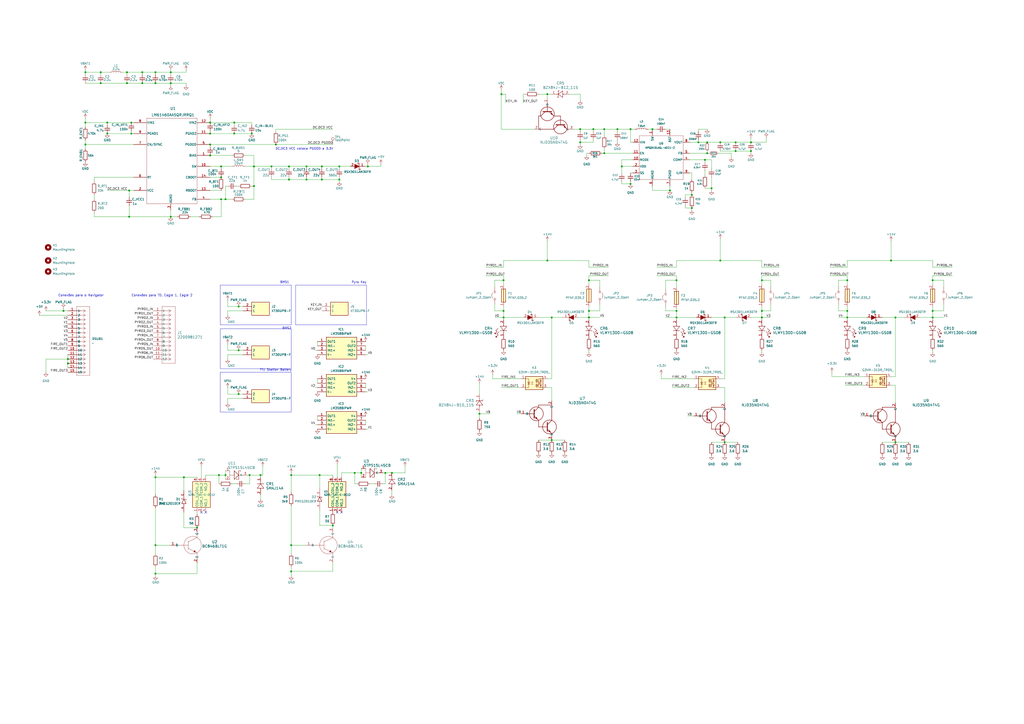
<source format=kicad_sch>
(kicad_sch (version 20250114) (generator "eeschema") (generator_version "9.0")
  (paper "A2")
  (rectangle (start 171.45 165.354) (end 212.598 188.468))
  (rectangle (start 127.762 165.354) (end 168.91 188.468))
  (rectangle (start 127.762 190.754) (end 168.91 213.868))
  (rectangle (start 127.762 215.9) (end 168.91 239.014))
  (text "Fill Station Battery\n" (at 160.02 214.63 0) (effects (font (size 1.27 1.27))))
  (text "Conexões para o Navigator" (at 46.99 171.45 0) (effects (font (size 1.27 1.27))))
  (text "DC.DC3 VCC coloca PGOOD a 3.3V\n" (at 176.53 86.36 0) (effects (font (size 1.27 1.27))))
  (text "BMS1" (at 165.1 163.83 0) (effects (font (size 1.27 1.27))))
  (text "BMS2\n" (at 166.37 190.5 0) (effects (font (size 1.27 1.27))))
  (text "Pyro Key\n" (at 208.28 163.83 0) (effects (font (size 1.27 1.27))))
  (text "Conexões para TD, Eagle 1, Eagle 2" (at 93.98 171.45 0) (effects (font (size 1.27 1.27))))
  (text "Esta PCB vai conectar-se à BMS e trazer os 14.6V-12.8V da bateria\nRetifica a tensão para 5V para alimentar o OBC e o NAV\nContém tbm o circuito de ignição do paraquedas que é ativado pelo NAV\n---\nSelecionar conectores para receber os cabos da BMS (2x)\n\nSelecionar conectores para enviar 5V para o NAV (2x 5V + GND)\nSelecionar conector para receber sinais de PYRO para o NAV (6x FIRE_IN + FIRE_OUT)\nSelecionar conector para enviar referências Vi para o NAV (7x Vi + 1xGND)\nTotal de conexões Elytra Navigator: 15\n\nSelecionar connector para connectar E-matches (12x PYRO_IN + PYRO_OUT)\n" (at 26.67 468.63 0) (effects (font (size 5.08 5.08)) (justify left)))
  (junction (at 138.43 228.6))
  (junction (at 341.63 162.56))
  (junction (at 541.02 184.15))
  (junction (at 147.32 107.95))
  (junction (at 223.52 274.32))
  (junction (at 426.72 87.63))
  (junction (at 290.83 54.61))
  (junction (at 491.49 162.56))
  (junction (at 388.62 110.49))
  (junction (at 317.5 54.61))
  (junction (at 196.85 96.52))
  (junction (at 185.42 275.59))
  (junction (at 90.17 48.26))
  (junction (at 213.36 96.52))
  (junction (at 227.33 274.32))
  (junction (at 417.83 151.13))
  (junction (at 82.55 48.26))
  (junction (at 90.17 276.86))
  (junction (at 392.43 180.34))
  (junction (at 420.37 184.15))
  (junction (at 76.2 71.12))
  (junction (at 168.91 316.23))
  (junction (at 435.61 87.63))
  (junction (at 341.63 180.34))
  (junction (at 360.68 96.52))
  (junction (at 74.93 125.73))
  (junction (at 412.75 109.22))
  (junction (at 435.61 82.55))
  (junction (at 186.69 104.14))
  (junction (at 49.53 71.12))
  (junction (at 177.8 104.14))
  (junction (at 320.04 184.15))
  (junction (at 167.64 96.52))
  (junction (at 90.17 41.91))
  (junction (at 73.66 48.26))
  (junction (at 378.46 74.93))
  (junction (at 365.76 106.68))
  (junction (at 541.02 162.56))
  (junction (at 49.53 83.82))
  (junction (at 205.74 274.32))
  (junction (at 168.91 275.59))
  (junction (at 121.92 83.82))
  (junction (at 138.43 177.8))
  (junction (at 365.76 74.93))
  (junction (at 121.92 77.47))
  (junction (at 405.13 82.55))
  (junction (at 130.81 115.57))
  (junction (at 350.52 74.93))
  (junction (at 519.43 184.15))
  (junction (at 36.83 180.34))
  (junction (at 320.04 255.27))
  (junction (at 73.66 41.91))
  (junction (at 144.78 275.59))
  (junction (at 130.81 275.59))
  (junction (at 62.23 71.12))
  (junction (at 128.27 102.87))
  (junction (at 128.27 96.52))
  (junction (at 58.42 48.26))
  (junction (at 410.21 88.9))
  (junction (at 76.2 77.47))
  (junction (at 341.63 184.15))
  (junction (at 292.1 180.34))
  (junction (at 177.8 96.52))
  (junction (at 168.91 331.47))
  (junction (at 39.37 208.28))
  (junction (at 193.04 304.8))
  (junction (at 160.02 83.82))
  (junction (at 127 275.59))
  (junction (at 128.27 115.57))
  (junction (at 441.96 162.56))
  (junction (at 121.92 71.12))
  (junction (at 49.53 41.91))
  (junction (at 417.83 82.55))
  (junction (at 58.42 41.91))
  (junction (at 74.93 110.49))
  (junction (at 135.89 71.12))
  (junction (at 516.89 151.13))
  (junction (at 344.17 74.93))
  (junction (at 121.92 90.17))
  (junction (at 441.96 180.34))
  (junction (at 114.3 306.07))
  (junction (at 491.49 180.34))
  (junction (at 408.94 92.71))
  (junction (at 99.06 48.26))
  (junction (at 196.85 104.14))
  (junction (at 147.32 96.52))
  (junction (at 292.1 184.15))
  (junction (at 62.23 77.47))
  (junction (at 209.55 274.32))
  (junction (at 138.43 203.2))
  (junction (at 420.37 256.54))
  (junction (at 336.55 74.93))
  (junction (at 135.89 77.47))
  (junction (at 39.37 210.82))
  (junction (at 336.55 82.55))
  (junction (at 441.96 184.15))
  (junction (at 401.32 113.03))
  (junction (at 392.43 184.15))
  (junction (at 410.21 82.55))
  (junction (at 186.69 96.52))
  (junction (at 99.06 41.91))
  (junction (at 157.48 96.52))
  (junction (at 491.49 184.15))
  (junction (at 167.64 104.14))
  (junction (at 292.1 162.56))
  (junction (at 278.13 240.03))
  (junction (at 426.72 82.55))
  (junction (at 99.06 125.73))
  (junction (at 106.68 276.86))
  (junction (at 90.17 332.74))
  (junction (at 151.13 275.59))
  (junction (at 350.52 88.9))
  (junction (at 146.05 77.47))
  (junction (at 401.32 120.65))
  (junction (at 317.5 151.13))
  (junction (at 392.43 162.56))
  (junction (at 90.17 316.23))
  (junction (at 358.14 74.93))
  (junction (at 519.43 256.54))
  (junction (at 82.55 41.91))
  (junction (at 541.02 180.34))
  (no_connect (at 116.84 297.18))
  (no_connect (at 119.38 297.18))
  (no_connect (at 198.12 297.18))
  (no_connect (at 195.58 297.18))
  (wire (pts (xy 410.21 82.55) (xy 417.83 82.55)))
  (wire (pts (xy 360.68 106.68) (xy 365.76 106.68)))
  (wire (pts (xy 397.51 120.65) (xy 401.32 120.65)))
  (wire (pts (xy 128.27 115.57) (xy 130.81 115.57)))
  (wire (pts (xy 309.88 74.93) (xy 290.83 74.93)))
  (wire (pts (xy 147.32 96.52) (xy 157.48 96.52)))
  (wire (pts (xy 185.42 275.59) (xy 193.04 275.59)))
  (wire (pts (xy 146.05 107.95) (xy 147.32 107.95)))
  (wire (pts (xy 123.19 125.73) (xy 128.27 125.73)))
  (wire (pts (xy 401.32 120.65) (xy 401.32 121.92)))
  (wire (pts (xy 336.55 54.61) (xy 336.55 58.42)))
  (wire (pts (xy 73.66 48.26) (xy 82.55 48.26)))
  (wire (pts (xy 121.92 115.57) (xy 128.27 115.57)))
  (wire (pts (xy 381 154.94) (xy 392.43 154.94)))
  (wire (pts (xy 303.53 54.61) (xy 304.8 54.61)))
  (wire (pts (xy 417.83 219.71) (xy 420.37 219.71)))
  (wire (pts (xy 541.02 184.15) (xy 547.37 184.15)))
  (wire (pts (xy 541.02 180.34) (xy 541.02 184.15)))
  (wire (pts (xy 74.93 110.49) (xy 77.47 110.49)))
  (wire (pts (xy 214.63 280.67) (xy 217.17 280.67)))
  (wire (pts (xy 486.41 176.53) (xy 486.41 180.34)))
  (wire (pts (xy 541.02 154.94) (xy 552.45 154.94)))
  (wire (pts (xy 547.37 166.37) (xy 547.37 162.56)))
  (wire (pts (xy 132.08 182.88) (xy 132.08 180.34)))
  (wire (pts (xy 142.24 90.17) (xy 147.32 90.17)))
  (wire (pts (xy 417.83 151.13) (xy 441.96 151.13)))
  (wire (pts (xy 317.5 219.71) (xy 320.04 219.71)))
  (wire (pts (xy 26.67 208.28) (xy 39.37 208.28)))
  (wire (pts (xy 491.49 184.15) (xy 491.49 185.42)))
  (wire (pts (xy 341.63 177.8) (xy 341.63 180.34)))
  (wire (pts (xy 76.2 76.2) (xy 76.2 77.47)))
  (wire (pts (xy 222.25 280.67) (xy 223.52 280.67)))
  (wire (pts (xy 441.96 177.8) (xy 441.96 180.34)))
  (wire (pts (xy 278.13 238.76) (xy 278.13 240.03)))
  (wire (pts (xy 417.83 82.55) (xy 426.72 82.55)))
  (wire (pts (xy 447.04 162.56) (xy 441.96 162.56)))
  (wire (pts (xy 320.04 224.79) (xy 320.04 232.41)))
  (wire (pts (xy 447.04 180.34) (xy 441.96 180.34)))
  (wire (pts (xy 392.43 179.07) (xy 392.43 180.34)))
  (wire (pts (xy 167.64 96.52) (xy 177.8 96.52)))
  (wire (pts (xy 358.14 74.93) (xy 365.76 74.93)))
  (wire (pts (xy 290.83 54.61) (xy 290.83 74.93)))
  (wire (pts (xy 137.16 280.67) (xy 134.62 280.67)))
  (wire (pts (xy 383.54 219.71) (xy 402.59 219.71)))
  (wire (pts (xy 350.52 88.9) (xy 367.03 88.9)))
  (wire (pts (xy 128.27 115.57) (xy 128.27 125.73)))
  (wire (pts (xy 168.91 331.47) (xy 168.91 334.01)))
  (wire (pts (xy 516.89 139.7) (xy 516.89 151.13)))
  (wire (pts (xy 49.53 83.82) (xy 49.53 86.36)))
  (wire (pts (xy 290.83 224.79) (xy 302.26 224.79)))
  (wire (pts (xy 335.28 184.15) (xy 341.63 184.15)))
  (wire (pts (xy 142.24 115.57) (xy 147.32 115.57)))
  (wire (pts (xy 160.02 74.93) (xy 193.04 74.93)))
  (wire (pts (xy 135.89 71.12) (xy 135.89 72.39)))
  (wire (pts (xy 90.17 41.91) (xy 90.17 43.18)))
  (wire (pts (xy 116.84 270.51) (xy 116.84 276.86)))
  (wire (pts (xy 350.52 74.93) (xy 358.14 74.93)))
  (wire (pts (xy 417.83 138.43) (xy 417.83 151.13)))
  (wire (pts (xy 135.89 77.47) (xy 146.05 77.47)))
  (wire (pts (xy 213.36 96.52) (xy 220.98 96.52)))
  (wire (pts (xy 186.69 96.52) (xy 186.69 97.79)))
  (wire (pts (xy 58.42 48.26) (xy 73.66 48.26)))
  (wire (pts (xy 386.08 184.15) (xy 392.43 184.15)))
  (wire (pts (xy 132.08 231.14) (xy 140.97 231.14)))
  (wire (pts (xy 132.08 180.34) (xy 140.97 180.34)))
  (wire (pts (xy 320.04 184.15) (xy 326.39 184.15)))
  (wire (pts (xy 168.91 293.37) (xy 168.91 316.23)))
  (wire (pts (xy 121.92 76.2) (xy 121.92 77.47)))
  (wire (pts (xy 420.37 184.15) (xy 420.37 219.71)))
  (wire (pts (xy 278.13 240.03) (xy 284.48 240.03)))
  (wire (pts (xy 54.61 113.03) (xy 54.61 115.57)))
  (wire (pts (xy 168.91 316.23) (xy 168.91 321.31)))
  (wire (pts (xy 378.46 74.93) (xy 381 74.93)))
  (wire (pts (xy 227.33 284.48) (xy 227.33 287.02)))
  (wire (pts (xy 184.15 219.71) (xy 184.15 222.25)))
  (wire (pts (xy 341.63 162.56) (xy 341.63 165.1)))
  (wire (pts (xy 135.89 71.12) (xy 146.05 71.12)))
  (wire (pts (xy 132.08 228.6) (xy 138.43 228.6)))
  (wire (pts (xy 317.5 54.61) (xy 317.5 57.15)))
  (wire (pts (xy 317.5 54.61) (xy 320.04 54.61)))
  (wire (pts (xy 62.23 71.12) (xy 62.23 72.39)))
  (wire (pts (xy 132.08 177.8) (xy 138.43 177.8)))
  (wire (pts (xy 157.48 104.14) (xy 167.64 104.14)))
  (wire (pts (xy 152.4 270.51) (xy 152.4 275.59)))
  (wire (pts (xy 519.43 184.15) (xy 519.43 218.44)))
  (wire (pts (xy 312.42 184.15) (xy 320.04 184.15)))
  (wire (pts (xy 519.43 256.54) (xy 527.05 256.54)))
  (wire (pts (xy 412.75 109.22) (xy 408.94 109.22)))
  (wire (pts (xy 177.8 102.87) (xy 177.8 104.14)))
  (wire (pts (xy 392.43 184.15) (xy 392.43 185.42)))
  (wire (pts (xy 223.52 274.32) (xy 222.25 274.32)))
  (wire (pts (xy 511.81 256.54) (xy 519.43 256.54)))
  (wire (pts (xy 90.17 332.74) (xy 90.17 334.01)))
  (wire (pts (xy 320.04 184.15) (xy 320.04 219.71)))
  (wire (pts (xy 114.3 297.18) (xy 114.3 298.45)))
  (wire (pts (xy 292.1 177.8) (xy 292.1 180.34)))
  (wire (pts (xy 212.09 227.33) (xy 213.36 227.33)))
  (wire (pts (xy 54.61 102.87) (xy 77.47 102.87)))
  (wire (pts (xy 36.83 179.07) (xy 36.83 180.34)))
  (wire (pts (xy 62.23 71.12) (xy 76.2 71.12)))
  (wire (pts (xy 205.74 274.32) (xy 209.55 274.32)))
  (wire (pts (xy 185.42 304.8) (xy 193.04 304.8)))
  (wire (pts (xy 533.4 184.15) (xy 541.02 184.15)))
  (wire (pts (xy 424.18 91.44) (xy 424.18 88.9)))
  (wire (pts (xy 99.06 125.73) (xy 102.87 125.73)))
  (wire (pts (xy 405.13 81.28) (xy 405.13 82.55)))
  (wire (pts (xy 541.02 151.13) (xy 541.02 154.94)))
  (wire (pts (xy 168.91 331.47) (xy 193.04 331.47)))
  (wire (pts (xy 196.85 104.14) (xy 196.85 105.41)))
  (wire (pts (xy 168.91 275.59) (xy 168.91 285.75)))
  (wire (pts (xy 58.42 41.91) (xy 63.5 41.91)))
  (wire (pts (xy 381 160.02) (xy 392.43 160.02)))
  (wire (pts (xy 132.08 208.28) (xy 132.08 205.74)))
  (wire (pts (xy 82.55 41.91) (xy 90.17 41.91)))
  (wire (pts (xy 168.91 274.32) (xy 168.91 275.59)))
  (wire (pts (xy 130.81 107.95) (xy 132.08 107.95)))
  (wire (pts (xy 99.06 41.91) (xy 107.95 41.91)))
  (wire (pts (xy 491.49 177.8) (xy 491.49 180.34)))
  (wire (pts (xy 417.83 87.63) (xy 426.72 87.63)))
  (wire (pts (xy 212.09 243.84) (xy 212.09 246.38)))
  (wire (pts (xy 405.13 82.55) (xy 410.21 82.55)))
  (wire (pts (xy 365.76 82.55) (xy 365.76 74.93)))
  (wire (pts (xy 341.63 184.15) (xy 347.98 184.15)))
  (wire (pts (xy 90.17 276.86) (xy 106.68 276.86)))
  (wire (pts (xy 444.5 80.01) (xy 444.5 82.55)))
  (wire (pts (xy 121.92 102.87) (xy 128.27 102.87)))
  (wire (pts (xy 62.23 110.49) (xy 74.93 110.49)))
  (wire (pts (xy 347.98 180.34) (xy 341.63 180.34)))
  (wire (pts (xy 441.96 184.15) (xy 441.96 185.42)))
  (wire (pts (xy 347.98 176.53) (xy 347.98 180.34)))
  (wire (pts (xy 160.02 83.82) (xy 193.04 83.82)))
  (wire (pts (xy 350.52 74.93) (xy 350.52 78.74)))
  (wire (pts (xy 142.24 280.67) (xy 144.78 280.67)))
  (wire (pts (xy 350.52 86.36) (xy 350.52 88.9)))
  (wire (pts (xy 128.27 97.79) (xy 128.27 96.52)))
  (wire (pts (xy 26.67 215.9) (xy 26.67 208.28)))
  (wire (pts (xy 157.48 104.14) (xy 157.48 102.87)))
  (wire (pts (xy 398.78 241.3) (xy 402.59 241.3)))
  (wire (pts (xy 435.61 80.01) (xy 435.61 82.55)))
  (wire (pts (xy 412.75 92.71) (xy 408.94 92.71)))
  (wire (pts (xy 209.55 271.78) (xy 209.55 274.32)))
  (wire (pts (xy 336.55 82.55) (xy 344.17 82.55)))
  (wire (pts (xy 121.92 83.82) (xy 121.92 85.09)))
  (wire (pts (xy 114.3 332.74) (xy 114.3 326.39)))
  (wire (pts (xy 341.63 88.9) (xy 340.36 88.9)))
  (wire (pts (xy 405.13 76.2) (xy 405.13 74.93)))
  (wire (pts (xy 26.67 180.34) (xy 36.83 180.34)))
  (wire (pts (xy 74.93 119.38) (xy 74.93 125.73)))
  (wire (pts (xy 417.83 224.79) (xy 420.37 224.79)))
  (wire (pts (xy 378.46 110.49) (xy 388.62 110.49)))
  (wire (pts (xy 76.2 77.47) (xy 77.47 77.47)))
  (wire (pts (xy 130.81 115.57) (xy 134.62 115.57)))
  (wire (pts (xy 82.55 41.91) (xy 82.55 43.18)))
  (wire (pts (xy 184.15 198.12) (xy 184.15 200.66)))
  (wire (pts (xy 481.33 160.02) (xy 491.49 160.02)))
  (wire (pts (xy 130.81 275.59) (xy 130.81 278.13)))
  (wire (pts (xy 195.58 269.24) (xy 195.58 276.86)))
  (wire (pts (xy 405.13 74.93) (xy 410.21 74.93)))
  (wire (pts (xy 412.75 256.54) (xy 420.37 256.54)))
  (wire (pts (xy 144.78 275.59) (xy 151.13 275.59)))
  (wire (pts (xy 128.27 96.52) (xy 134.62 96.52)))
  (wire (pts (xy 157.48 96.52) (xy 167.64 96.52)))
  (wire (pts (xy 212.09 200.66) (xy 212.09 203.2)))
  (wire (pts (xy 344.17 74.93) (xy 350.52 74.93)))
  (wire (pts (xy 292.1 184.15) (xy 292.1 185.42)))
  (wire (pts (xy 132.08 233.68) (xy 132.08 231.14)))
  (wire (pts (xy 99.06 40.64) (xy 99.06 41.91)))
  (wire (pts (xy 383.54 217.17) (xy 383.54 219.71)))
  (wire (pts (xy 151.13 275.59) (xy 152.4 275.59)))
  (wire (pts (xy 400.05 88.9) (xy 410.21 88.9)))
  (wire (pts (xy 71.12 41.91) (xy 73.66 41.91)))
  (wire (pts (xy 212.09 96.52) (xy 213.36 96.52)))
  (wire (pts (xy 287.02 176.53) (xy 287.02 180.34)))
  (wire (pts (xy 299.72 240.03) (xy 302.26 240.03)))
  (wire (pts (xy 54.61 105.41) (xy 54.61 102.87)))
  (wire (pts (xy 119.38 276.86) (xy 119.38 275.59)))
  (wire (pts (xy 491.49 151.13) (xy 491.49 154.94)))
  (wire (pts (xy 142.24 96.52) (xy 147.32 96.52)))
  (wire (pts (xy 198.12 274.32) (xy 205.74 274.32)))
  (wire (pts (xy 441.96 162.56) (xy 441.96 165.1)))
  (wire (pts (xy 401.32 111.76) (xy 401.32 113.03)))
  (wire (pts (xy 193.04 304.8) (xy 193.04 306.07)))
  (wire (pts (xy 213.36 95.25) (xy 213.36 96.52)))
  (wire (pts (xy 347.98 162.56) (xy 341.63 162.56)))
  (wire (pts (xy 49.53 71.12) (xy 49.53 73.66)))
  (wire (pts (xy 147.32 96.52) (xy 147.32 107.95)))
  (wire (pts (xy 132.08 203.2) (xy 138.43 203.2)))
  (wire (pts (xy 278.13 240.03) (xy 278.13 242.57)))
  (wire (pts (xy 410.21 88.9) (xy 411.48 88.9)))
  (wire (pts (xy 408.94 99.06) (xy 408.94 101.6)))
  (wire (pts (xy 292.1 151.13) (xy 317.5 151.13)))
  (wire (pts (xy 147.32 90.17) (xy 147.32 96.52)))
  (wire (pts (xy 336.55 81.28) (xy 336.55 82.55)))
  (wire (pts (xy 412.75 184.15) (xy 420.37 184.15)))
  (wire (pts (xy 182.88 203.2) (xy 184.15 203.2)))
  (wire (pts (xy 90.17 41.91) (xy 99.06 41.91)))
  (wire (pts (xy 74.93 125.73) (xy 99.06 125.73)))
  (wire (pts (xy 420.37 184.15) (xy 426.72 184.15)))
  (wire (pts (xy 119.38 275.59) (xy 127 275.59)))
  (wire (pts (xy 121.92 96.52) (xy 128.27 96.52)))
  (wire (pts (xy 392.43 160.02) (xy 392.43 162.56)))
  (wire (pts (xy 285.75 219.71) (xy 302.26 219.71)))
  (wire (pts (xy 397.51 114.3) (xy 397.51 113.03)))
  (wire (pts (xy 341.63 184.15) (xy 341.63 185.42)))
  (wire (pts (xy 168.91 275.59) (xy 185.42 275.59)))
  (wire (pts (xy 90.17 276.86) (xy 90.17 287.02)))
  (wire (pts (xy 303.53 54.61) (xy 303.53 59.69)))
  (wire (pts (xy 287.02 184.15) (xy 292.1 184.15)))
  (wire (pts (xy 130.81 273.05) (xy 130.81 275.59)))
  (wire (pts (xy 186.69 96.52) (xy 196.85 96.52)))
  (wire (pts (xy 36.83 180.34) (xy 39.37 180.34)))
  (wire (pts (xy 386.08 180.34) (xy 392.43 180.34)))
  (wire (pts (xy 392.43 180.34) (xy 392.43 184.15)))
  (wire (pts (xy 486.41 166.37) (xy 486.41 162.56)))
  (wire (pts (xy 481.33 154.94) (xy 491.49 154.94)))
  (wire (pts (xy 205.74 280.67) (xy 207.01 280.67)))
  (wire (pts (xy 110.49 125.73) (xy 115.57 125.73)))
  (wire (pts (xy 365.76 74.93) (xy 368.3 74.93)))
  (wire (pts (xy 441.96 154.94) (xy 452.12 154.94)))
  (wire (pts (xy 441.96 160.02) (xy 452.12 160.02)))
  (wire (pts (xy 193.04 276.86) (xy 193.04 275.59)))
  (wire (pts (xy 420.37 224.79) (xy 420.37 233.68)))
  (wire (pts (xy 511.81 184.15) (xy 519.43 184.15)))
  (wire (pts (xy 547.37 176.53) (xy 547.37 180.34)))
  (wire (pts (xy 347.98 166.37) (xy 347.98 162.56)))
  (wire (pts (xy 547.37 162.56) (xy 541.02 162.56)))
  (wire (pts (xy 182.88 224.79) (xy 184.15 224.79)))
  (wire (pts (xy 196.85 104.14) (xy 196.85 102.87)))
  (wire (pts (xy 386.08 167.64) (xy 386.08 162.56)))
  (wire (pts (xy 177.8 104.14) (xy 186.69 104.14)))
  (wire (pts (xy 167.64 104.14) (xy 177.8 104.14)))
  (wire (pts (xy 205.74 274.32) (xy 205.74 280.67)))
  (wire (pts (xy 365.76 106.68) (xy 365.76 105.41)))
  (wire (pts (xy 121.92 71.12) (xy 135.89 71.12)))
  (wire (pts (xy 196.85 96.52) (xy 196.85 97.79)))
  (wire (pts (xy 486.41 162.56) (xy 491.49 162.56)))
  (wire (pts (xy 186.69 102.87) (xy 186.69 104.14)))
  (wire (pts (xy 412.75 92.71) (xy 412.75 97.79)))
  (wire (pts (xy 82.55 48.26) (xy 90.17 48.26)))
  (wire (pts (xy 287.02 180.34) (xy 292.1 180.34)))
  (wire (pts (xy 130.81 107.95) (xy 130.81 115.57)))
  (wire (pts (xy 290.83 52.07) (xy 290.83 54.61)))
  (wire (pts (xy 54.61 125.73) (xy 74.93 125.73)))
  (wire (pts (xy 287.02 166.37) (xy 287.02 162.56)))
  (wire (pts (xy 365.76 100.33) (xy 367.03 100.33)))
  (wire (pts (xy 541.02 184.15) (xy 541.02 185.42)))
  (wire (pts (xy 167.64 102.87) (xy 167.64 104.14)))
  (wire (pts (xy 281.94 154.94) (xy 292.1 154.94)))
  (wire (pts (xy 49.53 83.82) (xy 49.53 81.28)))
  (wire (pts (xy 400.05 92.71) (xy 408.94 92.71)))
  (wire (pts (xy 62.23 77.47) (xy 76.2 77.47)))
  (wire (pts (xy 22.86 182.88) (xy 39.37 182.88)))
  (wire (pts (xy 49.53 40.64) (xy 49.53 41.91)))
  (wire (pts (xy 344.17 76.2) (xy 344.17 74.93)))
  (wire (pts (xy 547.37 180.34) (xy 541.02 180.34)))
  (wire (pts (xy 39.37 208.28) (xy 39.37 210.82)))
  (wire (pts (xy 90.17 332.74) (xy 114.3 332.74)))
  (wire (pts (xy 168.91 328.93) (xy 168.91 331.47)))
  (wire (pts (xy 420.37 256.54) (xy 427.99 256.54)))
  (wire (pts (xy 360.68 100.33) (xy 360.68 96.52)))
  (wire (pts (xy 292.1 180.34) (xy 292.1 184.15)))
  (wire (pts (xy 516.89 151.13) (xy 541.02 151.13)))
  (wire (pts (xy 401.32 104.14) (xy 401.32 100.33)))
  (wire (pts (xy 184.15 241.3) (xy 184.15 243.84)))
  (wire (pts (xy 138.43 177.8) (xy 140.97 177.8)))
  (wire (pts (xy 386.08 162.56) (xy 392.43 162.56)))
  (wire (pts (xy 401.32 100.33) (xy 400.05 100.33)))
  (wire (pts (xy 516.89 223.52) (xy 519.43 223.52)))
  (wire (pts (xy 392.43 151.13) (xy 392.43 154.94)))
  (wire (pts (xy 182.88 246.38) (xy 184.15 246.38)))
  (wire (pts (xy 151.13 275.59) (xy 151.13 276.86)))
  (wire (pts (xy 386.08 74.93) (xy 388.62 74.93)))
  (wire (pts (xy 99.06 125.73) (xy 99.06 121.92)))
  (wire (pts (xy 292.1 184.15) (xy 303.53 184.15)))
  (wire (pts (xy 278.13 222.25) (xy 278.13 228.6)))
  (wire (pts (xy 58.42 41.91) (xy 58.42 43.18)))
  (wire (pts (xy 223.52 280.67) (xy 223.52 274.32)))
  (wire (pts (xy 360.68 96.52) (xy 367.03 96.52)))
  (wire (pts (xy 447.04 176.53) (xy 447.04 180.34)))
  (wire (pts (xy 121.92 77.47) (xy 135.89 77.47)))
  (wire (pts (xy 234.95 270.51) (xy 234.95 274.32)))
  (wire (pts (xy 388.62 107.95) (xy 388.62 110.49)))
  (wire (pts (xy 144.78 280.67) (xy 144.78 275.59)))
  (wire (pts (xy 441.96 203.2) (xy 441.96 204.47)))
  (wire (pts (xy 426.72 82.55) (xy 435.61 82.55)))
  (wire (pts (xy 292.1 151.13) (xy 292.1 154.94)))
  (wire (pts (xy 426.72 87.63) (xy 435.61 87.63)))
  (wire (pts (xy 317.5 224.79) (xy 320.04 224.79)))
  (wire (pts (xy 312.42 54.61) (xy 317.5 54.61)))
  (wire (pts (xy 482.6 218.44) (xy 501.65 218.44)))
  (wire (pts (xy 99.06 41.91) (xy 99.06 43.18)))
  (wire (pts (xy 54.61 123.19) (xy 54.61 125.73)))
  (wire (pts (xy 151.13 287.02) (xy 151.13 289.56)))
  (wire (pts (xy 212.09 205.74) (xy 213.36 205.74)))
  (wire (pts (xy 49.53 41.91) (xy 58.42 41.91)))
  (wire (pts (xy 157.48 96.52) (xy 157.48 97.79)))
  (wire (pts (xy 106.68 297.18) (xy 106.68 306.07)))
  (wire (pts (xy 186.69 104.14) (xy 196.85 104.14)))
  (wire (pts (xy 127 275.59) (xy 127 280.67)))
  (wire (pts (xy 177.8 96.52) (xy 177.8 97.79)))
  (wire (pts (xy 317.5 139.7) (xy 317.5 151.13)))
  (wire (pts (xy 491.49 162.56) (xy 491.49 165.1)))
  (wire (pts (xy 168.91 316.23) (xy 177.8 316.23)))
  (wire (pts (xy 410.21 87.63) (xy 410.21 88.9)))
  (wire (pts (xy 400.05 82.55) (xy 405.13 82.55)))
  (wire (pts (xy 287.02 162.56) (xy 292.1 162.56)))
  (wire (pts (xy 341.63 203.2) (xy 341.63 204.47)))
  (wire (pts (xy 90.17 316.23) (xy 90.17 321.31)))
  (wire (pts (xy 360.68 106.68) (xy 360.68 105.41)))
  (wire (pts (xy 341.63 162.56) (xy 341.63 160.02)))
  (wire (pts (xy 90.17 316.23) (xy 99.06 316.23)))
  (wire (pts (xy 408.94 92.71) (xy 408.94 93.98)))
  (wire (pts (xy 227.33 274.32) (xy 223.52 274.32)))
  (wire (pts (xy 386.08 177.8) (xy 386.08 180.34)))
  (wire (pts (xy 177.8 96.52) (xy 186.69 96.52)))
  (wire (pts (xy 121.92 83.82) (xy 160.02 83.82)))
  (wire (pts (xy 167.64 96.52) (xy 167.64 97.79)))
  (wire (pts (xy 132.08 173.99) (xy 132.08 177.8)))
  (wire (pts (xy 367.03 82.55) (xy 365.76 82.55)))
  (wire (pts (xy 73.66 41.91) (xy 82.55 41.91)))
  (wire (pts (xy 143.51 275.59) (xy 144.78 275.59)))
  (wire (pts (xy 77.47 71.12) (xy 76.2 71.12)))
  (wire (pts (xy 121.92 68.58) (xy 121.92 71.12)))
  (wire (pts (xy 378.46 107.95) (xy 378.46 110.49)))
  (wire (pts (xy 392.43 162.56) (xy 392.43 166.37)))
  (wire (pts (xy 332.74 74.93) (xy 336.55 74.93)))
  (wire (pts (xy 132.08 224.79) (xy 132.08 228.6)))
  (wire (pts (xy 138.43 228.6) (xy 140.97 228.6)))
  (wire (pts (xy 138.43 107.95) (xy 137.16 107.95)))
  (wire (pts (xy 99.06 48.26) (xy 99.06 49.53)))
  (wire (pts (xy 132.08 205.74) (xy 140.97 205.74)))
  (wire (pts (xy 341.63 160.02) (xy 353.06 160.02)))
  (wire (pts (xy 106.68 276.86) (xy 106.68 284.48)))
  (wire (pts (xy 39.37 205.74) (xy 39.37 208.28)))
  (wire (pts (xy 424.18 88.9) (xy 416.56 88.9)))
  (wire (pts (xy 541.02 177.8) (xy 541.02 180.34)))
  (wire (pts (xy 49.53 71.12) (xy 62.23 71.12)))
  (wire (pts (xy 193.04 331.47) (xy 193.04 326.39)))
  (wire (pts (xy 541.02 203.2) (xy 541.02 204.47)))
  (wire (pts (xy 541.02 162.56) (xy 541.02 165.1)))
  (wire (pts (xy 389.89 224.79) (xy 402.59 224.79)))
  (wire (pts (xy 441.96 184.15) (xy 447.04 184.15)))
  (wire (pts (xy 499.11 241.3) (xy 501.65 241.3)))
  (wire (pts (xy 90.17 328.93) (xy 90.17 332.74)))
  (wire (pts (xy 147.32 107.95) (xy 147.32 115.57)))
  (wire (pts (xy 127 275.59) (xy 130.81 275.59)))
  (wire (pts (xy 312.42 255.27) (xy 320.04 255.27)))
  (wire (pts (xy 74.93 114.3) (xy 74.93 110.49)))
  (wire (pts (xy 516.89 218.44) (xy 519.43 218.44)))
  (wire (pts (xy 196.85 96.52) (xy 203.2 96.52)))
  (wire (pts (xy 106.68 306.07) (xy 114.3 306.07)))
  (wire (pts (xy 49.53 48.26) (xy 58.42 48.26)))
  (wire (pts (xy 320.04 255.27) (xy 327.66 255.27)))
  (wire (pts (xy 212.09 248.92) (xy 213.36 248.92)))
  (wire (pts (xy 341.63 151.13) (xy 341.63 154.94)))
  (wire (pts (xy 392.43 184.15) (xy 403.86 184.15)))
  (wire (pts (xy 330.2 54.61) (xy 336.55 54.61)))
  (wire (pts (xy 146.05 71.12) (xy 146.05 72.39)))
  (wire (pts (xy 39.37 210.82) (xy 39.37 213.36)))
  (wire (pts (xy 435.61 87.63) (xy 435.61 88.9)))
  (wire (pts (xy 491.49 184.15) (xy 502.92 184.15)))
  (wire (pts (xy 49.53 41.91) (xy 49.53 43.18)))
  (wire (pts (xy 292.1 162.56) (xy 292.1 165.1)))
  (wire (pts (xy 360.68 92.71) (xy 367.03 92.71)))
  (wire (pts (xy 486.41 180.34) (xy 491.49 180.34)))
  (wire (pts (xy 397.51 113.03) (xy 401.32 113.03)))
  (wire (pts (xy 220.98 95.25) (xy 220.98 96.52)))
  (wire (pts (xy 340.36 88.9) (xy 340.36 90.17)))
  (wire (pts (xy 90.17 275.59) (xy 90.17 276.86)))
  (wire (pts (xy 447.04 166.37) (xy 447.04 162.56)))
  (wire (pts (xy 397.51 119.38) (xy 397.51 120.65)))
  (wire (pts (xy 285.75 217.17) (xy 285.75 219.71)))
  (wire (pts (xy 490.22 223.52) (xy 501.65 223.52)))
  (wire (pts (xy 292.1 162.56) (xy 292.1 160.02)))
  (wire (pts (xy 341.63 180.34) (xy 341.63 184.15)))
  (wire (pts (xy 281.94 160.02) (xy 292.1 160.02)))
  (wire (pts (xy 49.53 68.58) (xy 49.53 71.12)))
  (wire (pts (xy 99.06 48.26) (xy 107.95 48.26)))
  (wire (pts (xy 290.83 54.61) (xy 293.37 54.61)))
  (wire (pts (xy 160.02 74.93) (xy 160.02 76.2)))
  (wire (pts (xy 107.95 40.64) (xy 107.95 41.91)))
  (wire (pts (xy 212.09 222.25) (xy 212.09 224.79)))
  (wire (pts (xy 234.95 274.32) (xy 227.33 274.32)))
  (wire (pts (xy 121.92 110.49) (xy 128.27 110.49)))
  (wire (pts (xy 106.68 276.86) (xy 114.3 276.86)))
  (wire (pts (xy 375.92 74.93) (xy 378.46 74.93)))
  (wire (pts (xy 77.47 83.82) (xy 49.53 83.82)))
  (wire (pts (xy 138.43 203.2) (xy 140.97 203.2)))
  (wire (pts (xy 491.49 180.34) (xy 491.49 184.15)))
  (wire (pts (xy 541.02 160.02) (xy 552.45 160.02)))
  (wire (pts (xy 486.41 184.15) (xy 491.49 184.15)))
  (wire (pts (xy 336.55 74.93) (xy 344.17 74.93)))
  (wire (pts (xy 435.61 82.55) (xy 444.5 82.55)))
  (wire (pts (xy 349.25 88.9) (xy 350.52 88.9)))
  (wire (pts (xy 491.49 151.13) (xy 516.89 151.13)))
  (wire (pts (xy 336.55 74.93) (xy 336.55 76.2)))
  (wire (pts (xy 519.43 223.52) (xy 519.43 233.68)))
  (wire (pts (xy 541.02 162.56) (xy 541.02 160.02)))
  (wire (pts (xy 344.17 81.28) (xy 344.17 82.55)))
  (wire (pts (xy 185.42 295.91) (xy 185.42 304.8)))
  (wire (pts (xy 90.17 48.26) (xy 99.06 48.26)))
  (wire (pts (xy 336.55 82.55) (xy 336.55 83.82)))
  (wire (pts (xy 293.37 59.69) (xy 293.37 54.61)))
  (wire (pts (xy 132.08 199.39) (xy 132.08 203.2)))
  (wire (pts (xy 360.68 92.71) (xy 360.68 96.52)))
  (wire (pts (xy 209.55 274.32) (xy 209.55 276.86)))
  (wire (pts (xy 412.75 102.87) (xy 412.75 109.22)))
  (wire (pts (xy 412.75 109.22) (xy 412.75 110.49)))
  (wire (pts (xy 392.43 151.13) (xy 417.83 151.13)))
  (wire (pts (xy 73.66 41.91) (xy 73.66 43.18)))
  (wire (pts (xy 341.63 154.94) (xy 353.06 154.94)))
  (wire (pts (xy 185.42 275.59) (xy 185.42 283.21)))
  (wire (pts (xy 482.6 215.9) (xy 482.6 218.44)))
  (wire (pts (xy 441.96 151.13) (xy 441.96 154.94)))
  (wire (pts (xy 519.43 184.15) (xy 524.51 184.15)))
  (wire (pts (xy 121.92 90.17) (xy 134.62 90.17)))
  (wire (pts (xy 90.17 294.64) (xy 90.17 316.23)))
  (wire (pts (xy 491.49 160.02) (xy 491.49 162.56)))
  (wire (pts (xy 441.96 180.34) (xy 441.96 184.15)))
  (wire (pts (xy 107.95 48.26) (xy 107.95 49.53)))
  (wire (pts (xy 441.96 162.56) (xy 441.96 160.02)))
  (wire (pts (xy 358.14 74.93) (xy 358.14 76.2)))
  (wire (pts (xy 198.12 276.86) (xy 198.12 274.32)))
  (wire (pts (xy 358.14 81.28) (xy 358.14 82.55)))
  (wire (pts (xy 317.5 151.13) (xy 341.63 151.13)))
  (wire (pts (xy 435.61 184.15) (xy 441.96 184.15)))
  (label "V1" (at 39.37 187.96 180))
  (label "PYRO1_IN" (at 281.94 154.94 0))
  (label "PYRO6_IN" (at 552.45 154.94 180))
  (label "V3" (at 213.36 227.33 0))
  (label "V2" (at 39.37 185.42 180))
  (label "PYRO5_OUT" (at 88.9 203.2 180))
  (label "FIRE_OUT2" (at 39.37 203.2 180))
  (label "PYRO1_OUT" (at 281.94 160.02 0))
  (label "FIRE_OUT3" (at 39.37 215.9 180))
  (label "V5" (at 213.36 205.74 0))
  (label "KEY_OUT" (at 303.53 59.69 0))
  (label "PYRO6_OUT" (at 88.9 208.28 180))
  (label "V0" (at 287.02 184.15 0))
  (label "V4" (at 486.41 184.15 0))
  (label "PYRO5_IN" (at 88.9 200.66 180))
  (label "PYRO3_OUT" (at 88.9 193.04 180))
  (label "PYRO2_IN" (at 353.06 154.94 180))
  (label "FIRE_IN1" (at 290.83 219.71 0))
  (label "DC.DC3 VCC" (at 193.04 74.93 180))
  (label "PYRO1_IN" (at 88.9 180.34 180))
  (label "V5" (at 347.98 184.15 0))
  (label "VB" (at 299.72 240.03 0))
  (label "FIRE_OUT3" (at 490.22 223.52 0))
  (label "KEY_IN" (at 293.37 59.69 0))
  (label "FIRE_OUT1" (at 290.83 224.79 0))
  (label "DC.DC3 VCC" (at 62.23 110.49 0))
  (label "FIRE_IN3" (at 490.22 218.44 0))
  (label "PYRO4_IN" (at 452.12 154.94 180))
  (label "V3" (at 39.37 193.04 180))
  (label "VB" (at 284.48 240.03 180))
  (label "KEY_IN" (at 186.69 177.8 180))
  (label "FIRE_OUT2" (at 389.89 224.79 0))
  (label "PYRO4_IN" (at 88.9 195.58 180))
  (label "PYRO4_OUT" (at 88.9 198.12 180))
  (label "V0" (at 182.88 203.2 180))
  (label "PYRO3_IN" (at 381 154.94 0))
  (label "V5" (at 39.37 198.12 180))
  (label "VB" (at 398.78 241.3 0))
  (label "FIRE_IN2" (at 389.89 219.71 0))
  (label "V4" (at 182.88 246.38 180))
  (label "VB" (at 499.11 241.3 0))
  (label "PYRO6_IN" (at 88.9 205.74 180))
  (label "PYRO5_OUT" (at 481.33 160.02 0))
  (label "PYRO6_OUT" (at 552.45 160.02 180))
  (label "V1" (at 547.37 184.15 0))
  (label "PYRO3_IN" (at 88.9 190.5 180))
  (label "V0" (at 39.37 190.5 180))
  (label "V3" (at 447.04 184.15 180))
  (label "PYRO5_IN" (at 481.33 154.94 0))
  (label "DC.DC3 PGOOD" (at 193.04 83.82 180))
  (label "V1" (at 213.36 248.92 0))
  (label "V2" (at 386.08 184.15 0))
  (label "PYRO2_IN" (at 88.9 185.42 180))
  (label "PYRO2_OUT" (at 353.06 160.02 180))
  (label "FIRE_OUT1" (at 39.37 200.66 180))
  (label "PYRO4_OUT" (at 452.12 160.02 180))
  (label "V2" (at 182.88 224.79 180))
  (label "PYRO3_OUT" (at 381 160.02 0))
  (label "PYRO2_OUT" (at 88.9 187.96 180))
  (label "V4" (at 39.37 195.58 180))
  (label "PYRO1_OUT" (at 88.9 182.88 180))
  (label "KEY_OUT" (at 186.69 180.34 180))
  (symbol (lib_id "Jumper:Jumper_2_Open") (at 386.08 172.72 90) (unit 1)
    (property "Reference" "JP3" (at 374.904 171.45 90) (effects (justify right)))
    (property "Value" "Jumper_2_Open" (at 369.062 173.736 90) (effects (justify right)))
    (property "Footprint" "Jumper:SolderJumper-2_P1.3mm_Open_RoundedPad1.0x1.5mm" (effects (hide yes)))
    (property "Description" "Jumper, 2-pole, open" (effects (hide yes)))
  )
  (symbol (lib_id "LM358BIPWR:LM358BIPWR") (at 198.12 245.11 0) (unit 1)
    (property "Reference" "IC3" (at 197.866 234.188 0))
    (property "Value" "LM358BIPWR" (at 197.866 236.728 0))
    (property "Footprint" "SOP65P640X120-8N" (effects (hide yes)))
    (property "Datasheet" "https://www.ti.com/lit/gpn/LM358B" (effects (hide yes)))
    (property "Description" "Operational Amplifiers - Op Amps" (effects (hide yes)))
    (property "Height" "1.2" (effects (hide yes)))
    (property "Mouser Part Number" "595-LM358BIPWR" (effects (hide yes)))
    (property "Mouser Price/Stock" "https://www.mouser.co.uk/ProductDetail/Texas-Instruments/LM358BIPWR?qs=OlC7AqGiEDmjrPPd%2FW16cg%3D%3D" (effects (hide yes)))
    (property "Manufacturer_Name" "Texas Instruments" (effects (hide yes)))
    (property "Manufacturer_Part_Number" "LM358BIPWR" (effects (hide yes)))
  )
  (symbol (lib_id "power:GND") (at 184.15 227.33 0) (unit 1)
    (property "Reference" "#PWR069" (effects (hide yes)))
    (property "Value" "GND" (at 184.15 232.41 0))
    (property "Description" "Power symbol creates a global label with name \"GND\" , ground" (effects (hide yes)))
  )
  (symbol (lib_id "BC846BLT1G:BC846BLT1G") (at 200.66 323.85 0) (unit 1)
    (property "Reference" "U4" (at 203.2 314.325 0) (effects (font (size 1.524 1.524))))
    (property "Value" "BC846BLT1G" (at 203.2 316.865 0) (effects (font (size 1.524 1.524))))
    (property "Footprint" "BC846BLT1G:SOT-23_ONS" (effects (hide yes)))
    (property "Datasheet" "BC846BLT1G" (effects (hide yes)))
  )
  (symbol (lib_id "XT30UPB-F:XT30UPB-F") (at 140.97 228.6 0) (unit 1)
    (property "Reference" "J4" (at 157.48 228.5999 0) (effects (justify left)))
    (property "Value" "XT30UPB-F" (at 157.48 231.1399 0) (effects (justify left)))
    (property "Footprint" "XT30UPB-F:XT30UPBF" (effects (hide yes)))
    (property "Datasheet" "https://www.tme.eu/Document/81f11ca924696756331f21b972812074/XT30PB-F.pdf" (effects (hide yes)))
    (property "Description" "Socket; DC supply; XT30; female; PIN: 2; on PCBs; THT; Colour: yellow" (effects (hide yes)))
    (property "Height" "9.4" (effects (hide yes)))
    (property "Manufacturer_Name" "Amass" (effects (hide yes)))
    (property "Manufacturer_Part_Number" "XT30UPB-F" (effects (hide yes)))
  )
  (symbol (lib_id "Connector:TestPoint") (at 193.04 83.82 0) (unit 1)
    (property "Reference" "TP1" (at 194.056 79.502 0) (effects (justify left)))
    (property "Value" "TestPoint" (at 194.056 81.28 0) (effects (justify left)))
    (property "Footprint" "TestPoint:TestPoint_Pad_2.0x2.0mm" (effects (hide yes)))
    (property "Description" "test point" (effects (hide yes)))
  )
  (symbol (lib_id "Device:L") (at 138.43 96.52 90) (unit 1)
    (property "Reference" "L_SW1" (at 138.43 92.71 90))
    (property "Value" "10uH" (at 138.43 94.615 90))
    (property "Footprint" "SRP7028A-100M:SRP7028A3R3M" (effects (hide yes)))
    (property "Description" "Inductor" (effects (hide yes)))
  )
  (symbol (lib_id "PFNF_035_2:PFNF.035.2") (at 341.63 180.34 270) (mirror x) (unit 1)
    (property "Reference" "F2" (at 339.09 170.1799 90) (effects (justify right)))
    (property "Value" "PFNF.035.2" (at 339.09 172.7199 90) (effects (justify right)))
    (property "Footprint" "PFNF.035.2:FUSC3216X85N" (effects (hide yes)))
    (property "Datasheet" "https://ch.schurter.com/en/datasheet/typ_PFNF.pdf" (effects (hide yes)))
    (property "Description" "PCB;Fuse;Fast;Resetable Schurter 0.35A Resettable Surface Mount Fuse, 6 V dc" (effects (hide yes)))
    (property "Height" "0.85" (effects (hide yes)))
    (property "Mouser Part Number" "693-PFNF.035.2" (effects (hide yes)))
    (property "Mouser Price/Stock" "https://www.mouser.co.uk/ProductDetail/Schurter/PFNF0352?qs=1auRipcfynAU6bHG9P5yrg%3D%3D" (effects (hide yes)))
    (property "Manufacturer_Name" "SCHURTER" (effects (hide yes)))
    (property "Manufacturer_Part_Number" "PFNF.035.2" (effects (hide yes)))
  )
  (symbol (lib_id "power:PWR_FLAG") (at 99.06 49.53 180) (unit 1)
    (property "Reference" "#FLG03" (effects (hide yes)))
    (property "Value" "PWR_FLAG" (at 99.06 53.975 0))
    (property "Description" "Special symbol for telling ERC where power comes from" (effects (hide yes)))
  )
  (symbol (lib_id "G3VM-31DR_TR05_:G3VM-31DR_TR05_") (at 504.19 217.17 0) (unit 1)
    (property "Reference" "K5" (at 509.27 212.09 0))
    (property "Value" "G3VM-31DR_TR05_" (at 509.27 214.63 0))
    (property "Footprint" "G3VM-31DR_TR05_:G3VM31DRTR05" (effects (hide yes)))
    (property "Description" "Solid State Relays - PCB Mount High power, 4.0-A switching with a 30-V load voltage, DIP4 package. Low 25 mO ON Resistance." (effects (hide yes)))
    (property "Height" "3.8" (effects (hide yes)))
    (property "Mouser Part Number" "653-G3VM-31DR(TR05)" (effects (hide yes)))
    (property "Mouser Price/Stock" "https://www.mouser.co.uk/ProductDetail/Omron-Electronics/G3VM-31DRTR05?qs=wnTfsH77Xs5ttufbIZctbg%3D%3D" (effects (hide yes)))
    (property "Manufacturer_Name" "Omron Electronics" (effects (hide yes)))
    (property "Manufacturer_Part_Number" "G3VM-31DR(TR05)" (effects (hide yes)))
  )
  (symbol (lib_id "Device:R") (at 54.61 109.22 0) (mirror x) (unit 1)
    (property "Reference" "R_RT1" (at 56.515 107.95 0) (effects (justify left)))
    (property "Value" "33k" (at 56.515 110.49 0) (effects (justify left)))
    (property "Footprint" "Resistor-0603:RES_0603" (effects (hide yes)))
    (property "Description" "Resistor" (effects (hide yes)))
  )
  (symbol (lib_id "VLMY1300-GS08:VLMY1300-GS08") (at 541.02 185.42 270) (unit 1)
    (property "Reference" "CR10" (at 547.37 190.4999 90) (effects (font (size 1.524 1.524)) (justify left)))
    (property "Value" "VLMY1300-GS08" (at 547.37 193.0399 90) (effects (font (size 1.524 1.524)) (justify left)))
    (property "Footprint" "LED-Yellow_VLMY1300-GS08:LEDC1608X100N" (effects (hide yes)))
    (property "Datasheet" "VLMY1300-GS08" (effects (hide yes)))
  )
  (symbol (lib_id "Device:R_Small") (at 410.21 85.09 0) (unit 1)
    (property "Reference" "R22" (at 405.765 84.455 0) (effects (font (size 1.016 1.016)) (justify left)))
    (property "Value" "390k" (at 405.13 86.36 0) (effects (font (size 1.016 1.016)) (justify left)))
    (property "Footprint" "Resistor-0603:RES_0603" (effects (hide yes)))
    (property "Description" "Resistor, small symbol" (effects (hide yes)))
  )
  (symbol (lib_id "Device:C_Small") (at 186.69 100.33 0) (mirror y) (unit 1)
    (property "Reference" "C_OUT4" (at 186.055 98.425 0) (effects (justify left)))
    (property "Value" "22u" (at 185.42 101.6 0) (effects (justify left)))
    (property "Footprint" "Capacitor-0805:Capacitor_0805" (effects (hide yes)))
    (property "Description" "Unpolarized capacitor, small symbol" (effects (hide yes)))
  )
  (symbol (lib_id "power:VBUS") (at 132.08 199.39 0) (unit 1)
    (property "Reference" "#PWR017" (effects (hide yes)))
    (property "Value" "VBAT2" (at 132.08 195.58 0))
    (property "Description" "Power symbol creates a global label with name \"VBUS\"" (effects (hide yes)))
  )
  (symbol (lib_id "Device:R") (at 90.17 325.12 0) (mirror x) (unit 1)
    (property "Reference" "R2" (at 92.075 323.85 0) (effects (justify left)))
    (property "Value" "100k" (at 92.075 326.39 0) (effects (justify left)))
    (property "Footprint" "Resistor-0603:RES_0603" (effects (hide yes)))
    (property "Description" "Resistor" (effects (hide yes)))
  )
  (symbol (lib_id "Mechanical:MountingHole") (at 27.94 157.48 0) (unit 1) (in_bom no)
    (property "Reference" "H3" (at 30.48 156.2099 0) (effects (justify left)))
    (property "Value" "MountingHole" (at 30.48 158.7499 0) (effects (justify left)))
    (property "Footprint" "MountingHole:MountingHole_3.2mm_M3_ISO7380" (effects (hide yes)))
    (property "Description" "Mounting Hole without connection" (effects (hide yes)))
  )
  (symbol (lib_id "VLMY1300-GS08:VLMY1300-GS08") (at 441.96 185.42 270) (unit 1)
    (property "Reference" "CR8" (at 448.31 190.4999 90) (effects (font (size 1.524 1.524)) (justify left)))
    (property "Value" "VLMY1300-GS08" (at 448.31 193.0399 90) (effects (font (size 1.524 1.524)) (justify left)))
    (property "Footprint" "LED-Yellow_VLMY1300-GS08:LEDC1608X100N" (effects (hide yes)))
    (property "Datasheet" "VLMY1300-GS08" (effects (hide yes)))
  )
  (symbol (lib_id "power:GND") (at 107.95 49.53 0) (unit 1)
    (property "Reference" "#PWR012" (effects (hide yes)))
    (property "Value" "GND" (at 107.95 54.61 0))
    (property "Description" "Power symbol creates a global label with name \"GND\" , ground" (effects (hide yes)))
  )
  (symbol (lib_id "Device:C_Small") (at 121.92 73.66 0) (unit 1)
    (property "Reference" "C_IN_HFI2" (at 123.825 72.39 0) (effects (justify left)))
    (property "Value" "100n" (at 123.825 74.93 0) (effects (justify left)))
    (property "Footprint" "Capacitor-0603:Capacitor_0603" (effects (hide yes)))
    (property "Description" "Unpolarized capacitor, small symbol" (effects (hide yes)))
  )
  (symbol (lib_id "PMEG2010ER:PMEG2010ER") (at 185.42 289.56 270) (mirror x) (unit 1)
    (property "Reference" "D2" (at 183.515 288.29 90) (effects (justify right)))
    (property "Value" "PMEG2010ER" (at 183.515 290.83 90) (effects (justify right)))
    (property "Footprint" "Diode-Schottky_PMEG2010ER:SODFL3517X110N" (effects (hide yes)))
    (property "MF" "NXP Semiconductors" (effects (hide yes)))
    (property "Description_1" "Rectifier Diode Schottky 1A Automotive 2-Pin SOD-123W T/R" (effects (hide yes)))
    (property "Package" "SOD-123 Nexperia USA" (effects (hide yes)))
    (property "Price" "None" (effects (hide yes)))
    (property "Check_prices" "https://www.snapeda.com/parts/PMEG2010ER/NXP+Semiconductors/view-part/?ref=eda" (effects (hide yes)))
    (property "STANDARD" "IPC-7351B" (effects (hide yes)))
    (property "PARTREV" "01" (effects (hide yes)))
    (property "SnapEDA_Link" "https://www.snapeda.com/parts/PMEG2010ER/NXP+Semiconductors/view-part/?ref=snap" (effects (hide yes)))
    (property "MP" "PMEG2010ER" (effects (hide yes)))
    (property "Availability" "In Stock" (effects (hide yes)))
    (property "MANUFACTURER" "NEXPERIA" (effects (hide yes)))
  )
  (symbol (lib_id "power:GND") (at 336.55 83.82 0) (unit 1)
    (property "Reference" "#PWR041" (effects (hide yes)))
    (property "Value" "GND" (at 336.55 87.63 0))
    (property "Description" "Power symbol creates a global label with name \"GND\" , ground" (effects (hide yes)))
  )
  (symbol (lib_id "Device:L") (at 67.31 41.91 90) (unit 1)
    (property "Reference" "L1" (at 67.31 38.1 90))
    (property "Value" "2.2u" (at 67.31 40.005 90))
    (property "Footprint" "Inductor-2.2uH_SPM10065VT:IND_SPM10065VT-2R2M-D" (effects (hide yes)))
    (property "Description" "Inductor" (effects (hide yes)))
  )
  (symbol (lib_id "Device:C_Small") (at 90.17 45.72 0) (unit 1)
    (property "Reference" "C5" (at 94.615 44.45 0))
    (property "Value" "470n" (at 94.615 46.355 0))
    (property "Footprint" "Capacitor-1206:Capacitor_1206" (effects (hide yes)))
    (property "Description" "Unpolarized capacitor, small symbol" (effects (hide yes)))
  )
  (symbol (lib_id "power:VBUS") (at 132.08 224.79 0) (unit 1)
    (property "Reference" "#PWR019" (effects (hide yes)))
    (property "Value" "VFill" (at 132.08 220.98 0))
    (property "Description" "Power symbol creates a global label with name \"VBUS\"" (effects (hide yes)))
  )
  (symbol (lib_id "power:PWR_FLAG") (at 138.43 203.2 0) (unit 1)
    (property "Reference" "#FLG05" (effects (hide yes)))
    (property "Value" "PWR_FLAG" (at 138.43 199.39 0))
    (property "Description" "Special symbol for telling ERC where power comes from" (effects (hide yes)))
  )
  (symbol (lib_id "Device:C_Small") (at 196.85 100.33 0) (mirror y) (unit 1)
    (property "Reference" "C_OUT5" (at 196.215 98.425 0) (effects (justify left)))
    (property "Value" "560u" (at 195.58 101.6 0) (effects (justify left)))
    (property "Footprint" "Capacitor-8mm:Capacitor_8mm" (effects (hide yes)))
    (property "Description" "Unpolarized capacitor, small symbol" (effects (hide yes)))
  )
  (symbol (lib_id "XT30UPB-F:XT30UPB-F") (at 140.97 203.2 0) (unit 1)
    (property "Reference" "J3" (at 157.48 203.1999 0) (effects (justify left)))
    (property "Value" "XT30UPB-F" (at 157.48 205.7399 0) (effects (justify left)))
    (property "Footprint" "XT30UPB-F:XT30UPBF" (effects (hide yes)))
    (property "Datasheet" "https://www.tme.eu/Document/81f11ca924696756331f21b972812074/XT30PB-F.pdf" (effects (hide yes)))
    (property "Description" "Socket; DC supply; XT30; female; PIN: 2; on PCBs; THT; Colour: yellow" (effects (hide yes)))
    (property "Height" "9.4" (effects (hide yes)))
    (property "Manufacturer_Name" "Amass" (effects (hide yes)))
    (property "Manufacturer_Part_Number" "XT30UPB-F" (effects (hide yes)))
  )
  (symbol (lib_id "Device:R") (at 278.13 246.38 0) (unit 1)
    (property "Reference" "R9" (at 280.67 245.1099 0) (effects (justify left)))
    (property "Value" "750" (at 280.67 247.6499 0) (effects (justify left)))
    (property "Footprint" "Resistor-0805:RES_0805" (effects (hide yes)))
    (property "Description" "Resistor" (effects (hide yes)))
  )
  (symbol (lib_id "power:GND") (at 49.53 93.98 0) (unit 1)
    (property "Reference" "#PWR06" (effects (hide yes)))
    (property "Value" "GND" (at 49.53 97.79 0))
    (property "Description" "Power symbol creates a global label with name \"GND\" , ground" (effects (hide yes)))
  )
  (symbol (lib_id "Device:R") (at 412.75 260.35 0) (unit 1)
    (property "Reference" "R24" (at 415.29 259.0799 0) (effects (justify left)))
    (property "Value" "3.6" (at 415.29 261.6199 0) (effects (justify left)))
    (property "Footprint" "RES-2512 Reversed:RESC3263X80N" (effects (hide yes)))
    (property "Description" "Resistor" (effects (hide yes)))
  )
  (symbol (lib_id "power:VBUS") (at 290.83 52.07 0) (unit 1)
    (property "Reference" "#PWR034" (effects (hide yes)))
    (property "Value" "VDC" (at 290.83 48.26 0))
    (property "Description" "Power symbol creates a global label with name \"VBUS\"" (effects (hide yes)))
  )
  (symbol (lib_id "power:GND") (at 527.05 264.16 0) (unit 1)
    (property "Reference" "#PWR066" (effects (hide yes)))
    (property "Value" "GND" (at 527.05 269.24 0))
    (property "Description" "Power symbol creates a global label with name \"GND\" , ground" (effects (hide yes)))
  )
  (symbol (lib_id "Device:R") (at 350.52 82.55 0) (mirror y) (unit 1)
    (property "Reference" "R17" (at 354.965 81.915 0) (effects (font (size 1.016 1.016)) (justify left)))
    (property "Value" "30k" (at 354.965 83.82 0) (effects (font (size 1.016 1.016)) (justify left)))
    (property "Footprint" "Resistor-0603:RES_0603" (effects (hide yes)))
    (property "Description" "Resistor" (effects (hide yes)))
  )
  (symbol (lib_id "PFNF_035_2:PFNF.035.2") (at 292.1 180.34 90) (unit 1)
    (property "Reference" "F1" (at 294.64 170.1799 90) (effects (justify right)))
    (property "Value" "PFNF.035.2" (at 294.64 172.7199 90) (effects (justify right)))
    (property "Footprint" "PFNF.035.2:FUSC3216X85N" (effects (hide yes)))
    (property "Datasheet" "https://ch.schurter.com/en/datasheet/typ_PFNF.pdf" (effects (hide yes)))
    (property "Description" "PCB;Fuse;Fast;Resetable Schurter 0.35A Resettable Surface Mount Fuse, 6 V dc" (effects (hide yes)))
    (property "Height" "0.85" (effects (hide yes)))
    (property "Mouser Part Number" "693-PFNF.035.2" (effects (hide yes)))
    (property "Mouser Price/Stock" "https://www.mouser.co.uk/ProductDetail/Schurter/PFNF0352?qs=1auRipcfynAU6bHG9P5yrg%3D%3D" (effects (hide yes)))
    (property "Manufacturer_Name" "SCHURTER" (effects (hide yes)))
    (property "Manufacturer_Part_Number" "PFNF.035.2" (effects (hide yes)))
  )
  (symbol (lib_id "Device:R") (at 341.63 199.39 0) (unit 1)
    (property "Reference" "R15" (at 344.17 198.1199 0) (effects (justify left)))
    (property "Value" "560" (at 344.17 200.6599 0) (effects (justify left)))
    (property "Footprint" "Resistor-0805:RES_0805" (effects (hide yes)))
    (property "Description" "Resistor" (effects (hide yes)))
  )
  (symbol (lib_id "Device:C_Small") (at 397.51 116.84 0) (mirror y) (unit 1)
    (property "Reference" "C15" (at 393.7 115.57 0) (effects (font (size 1.016 1.016))))
    (property "Value" "4.7nF" (at 393.7 118.11 0) (effects (font (size 1.016 1.016))))
    (property "Footprint" "Capacitor-0603:Capacitor_0603" (effects (hide yes)))
    (property "Description" "Unpolarized capacitor, small symbol" (effects (hide yes)))
  )
  (symbol (lib_id "RSX301L-30DDTE25:RSX301L-30DDTE25") (at 320.04 184.15 0) (mirror x) (unit 1)
    (property "Reference" "D5" (at 330.2 187.325 0) (effects (justify left)))
    (property "Value" "RSX301LAM30TR" (at 323.215 180.975 0) (effects (justify left)))
    (property "Footprint" "Diode-Schottky_RSX301L:DIOM5026X220N" (effects (hide yes)))
    (property "Description" "Category Discrete Semiconductor Products Diodes Rectifiers Single Diodes Mfr Rohm Semiconductor Series - Packaging Tape & Reel (TR) Cut Tape (CT) Digi-Reel Part Status Not For New Designs Technology Schottky Voltage - DC Reverse (Vr) (Max) 30 V Current - Average Rectified (Io) 3A Voltage - Forward (Vf) (Max) @ If 420 mV @ 3 A Speed Fast Recovery =< 500ns, > 200mA (Io) Current - Reverse Leakage @ Vr 200 A @ 30 V Capacitance @ Vr, F - Mounting Type Surface Mount Package / Case" (effects (hide yes)))
    (property "Height" "2.2" (effects (hide yes)))
    (property "Mouser Part Number" "755-RSX301L-30DDTE25" (effects (hide yes)))
    (property "Mouser Price/Stock" "https://www.mouser.co.uk/ProductDetail/ROHM-Semiconductor/RSX301L-30DDTE25?qs=YCa%2FAAYMW01WyKek9N1fLg%3D%3D" (effects (hide yes)))
    (property "Manufacturer_Name" "ROHM Semiconductor" (effects (hide yes)))
    (property "Manufacturer_Part_Number" "RSX301L-30DDTE25" (effects (hide yes)))
  )
  (symbol (lib_id "power:GND") (at 184.15 248.92 0) (unit 1)
    (property "Reference" "#PWR071" (effects (hide yes)))
    (property "Value" "GND" (at 184.15 254 0))
    (property "Description" "Power symbol creates a global label with name \"GND\" , ground" (effects (hide yes)))
  )
  (symbol (lib_id "Device:R_Small") (at 414.02 88.9 90) (mirror x) (unit 1)
    (property "Reference" "R23" (at 414.02 88.9 90) (effects (font (size 1.016 1.016))))
    (property "Value" "30k" (at 414.02 90.805 90) (effects (font (size 1.016 1.016))))
    (property "Footprint" "Resistor-0603:RES_0603" (effects (hide yes)))
    (property "Description" "Resistor, small symbol" (effects (hide yes)))
  )
  (symbol (lib_id "MPQ3431AGL-AEC1-Z:MPQ3431AGL-AEC1-Z") (at 363.22 83.82 0) (unit 1)
    (property "Reference" "U6" (at 383.54 83.185 0))
    (property "Value" "MPQ3431AGL-AEC1-Z" (at 382.905 85.725 0) (effects (font (size 1.016 1.016))))
    (property "Footprint" "MPQ3431AGL-AEC1-Z:QFN-13_MPQ3431A_MNP" (effects (hide yes)))
    (property "Datasheet" "https://www.monolithicpower.com/en/documentview/productdocument/index/version/2/document_type/Datasheet/lang/en/sku/MPQ3431AGL-AEC1" (effects (hide yes)))
  )
  (symbol (lib_id "Jumper:Jumper_2_Open") (at 287.02 171.45 90) (unit 1)
    (property "Reference" "JP1" (at 275.844 170.18 90) (effects (justify right)))
    (property "Value" "Jumper_2_Open" (at 270.002 172.466 90) (effects (justify right)))
    (property "Footprint" "Jumper:SolderJumper-2_P1.3mm_Open_RoundedPad1.0x1.5mm" (effects (hide yes)))
    (property "Description" "Jumper, 2-pole, open" (effects (hide yes)))
  )
  (symbol (lib_id "DCDC_LM61460:LM61460AASQRJRRQ1") (at 71.12 73.66 0) (unit 1)
    (property "Reference" "U1" (at 100.33 62.865 0) (effects (font (size 1.524 1.524))))
    (property "Value" "LM61460AASQRJRRQ1" (at 100.33 66.675 0) (effects (font (size 1.524 1.524))))
    (property "Footprint" "DCDC_LM61460:VQFN-HR14_RJR_TEX" (effects (hide yes)))
    (property "Datasheet" "LM61460AASQRJRRQ1" (effects (hide yes)))
  )
  (symbol (lib_id "power:PWR_FLAG") (at 213.36 95.25 0) (unit 1)
    (property "Reference" "#FLG07" (effects (hide yes)))
    (property "Value" "PWR_FLAG" (at 213.36 91.44 0))
    (property "Description" "Special symbol for telling ERC where power comes from" (effects (hide yes)))
  )
  (symbol (lib_id "power:+3.3V") (at 26.67 180.34 0) (unit 1)
    (property "Reference" "#PWR02" (effects (hide yes)))
    (property "Value" "+3.3V" (at 26.67 175.26 0))
    (property "Description" "Power symbol creates a global label with name \"+3.3V\"" (effects (hide yes)))
  )
  (symbol (lib_id "Device:C_Small") (at 134.62 107.95 270) (mirror x) (unit 1)
    (property "Reference" "C_FF1" (at 132.08 102.87 90) (effects (justify left)))
    (property "Value" "22p" (at 132.715 104.775 90) (effects (justify left)))
    (property "Footprint" "Capacitor-0402:Capacitor_0402" (effects (hide yes)))
    (property "Description" "Unpolarized capacitor, small symbol" (effects (hide yes)))
  )
  (symbol (lib_id "power:GND") (at 420.37 264.16 0) (unit 1)
    (property "Reference" "#PWR056" (effects (hide yes)))
    (property "Value" "GND" (at 420.37 269.24 0))
    (property "Description" "Power symbol creates a global label with name \"GND\" , ground" (effects (hide yes)))
  )
  (symbol (lib_id "Device:R") (at 168.91 325.12 0) (mirror x) (unit 1)
    (property "Reference" "R6" (at 170.815 323.85 0) (effects (justify left)))
    (property "Value" "100k" (at 170.815 326.39 0) (effects (justify left)))
    (property "Footprint" "Resistor-0603:RES_0603" (effects (hide yes)))
    (property "Description" "Resistor" (effects (hide yes)))
  )
  (symbol (lib_id "NJD35N04T4G:NJD35N04T4G") (at 317.5 241.3 0) (unit 1)
    (property "Reference" "U7" (at 337.82 231.14 0) (effects (font (size 1.524 1.524))))
    (property "Value" "NJD35N04T4G" (at 337.82 233.68 0) (effects (font (size 1.524 1.524))))
    (property "Footprint" "NJD35N04T4G:DPAK-4_6P22X6P73_ONS" (effects (hide yes)))
    (property "Datasheet" "NJD35N04T4G" (effects (hide yes)))
  )
  (symbol (lib_id "Device:R") (at 491.49 199.39 0) (unit 1)
    (property "Reference" "R28" (at 494.03 198.1199 0) (effects (justify left)))
    (property "Value" "560" (at 494.03 200.6599 0) (effects (justify left)))
    (property "Footprint" "Resistor-0805:RES_0805" (effects (hide yes)))
    (property "Description" "Resistor" (effects (hide yes)))
  )
  (symbol (lib_id "power:+3.3V") (at 285.75 217.17 0) (unit 1)
    (property "Reference" "#PWR033" (effects (hide yes)))
    (property "Value" "+3.3V" (at 285.75 212.09 0))
    (property "Description" "Power symbol creates a global label with name \"+3.3V\"" (effects (hide yes)))
  )
  (symbol (lib_id "Device:C_Small") (at 74.93 116.84 0) (mirror y) (unit 1)
    (property "Reference" "C_VCC1" (at 83.82 115.57 0) (effects (justify left)))
    (property "Value" "1u" (at 79.375 118.11 0) (effects (justify left)))
    (property "Footprint" "Capacitor-0603:Capacitor_0603" (effects (hide yes)))
    (property "Description" "Unpolarized capacitor, small symbol" (effects (hide yes)))
  )
  (symbol (lib_id "PFNF_035_2:PFNF.035.2") (at 541.02 180.34 270) (mirror x) (unit 1)
    (property "Reference" "F6" (at 538.48 170.1799 90) (effects (justify right)))
    (property "Value" "PFNF.035.2" (at 538.48 172.7199 90) (effects (justify right)))
    (property "Footprint" "PFNF.035.2:FUSC3216X85N" (effects (hide yes)))
    (property "Datasheet" "https://ch.schurter.com/en/datasheet/typ_PFNF.pdf" (effects (hide yes)))
    (property "Description" "PCB;Fuse;Fast;Resetable Schurter 0.35A Resettable Surface Mount Fuse, 6 V dc" (effects (hide yes)))
    (property "Height" "0.85" (effects (hide yes)))
    (property "Mouser Part Number" "693-PFNF.035.2" (effects (hide yes)))
    (property "Mouser Price/Stock" "https://www.mouser.co.uk/ProductDetail/Schurter/PFNF0352?qs=1auRipcfynAU6bHG9P5yrg%3D%3D" (effects (hide yes)))
    (property "Manufacturer_Name" "SCHURTER" (effects (hide yes)))
    (property "Manufacturer_Part_Number" "PFNF.035.2" (effects (hide yes)))
  )
  (symbol (lib_id "power:GND") (at 412.75 264.16 0) (unit 1)
    (property "Reference" "#PWR054" (effects (hide yes)))
    (property "Value" "GND" (at 412.75 269.24 0))
    (property "Description" "Power symbol creates a global label with name \"GND\" , ground" (effects (hide yes)))
  )
  (symbol (lib_id "power:GND") (at 151.13 289.56 0) (unit 1)
    (property "Reference" "#PWR022" (effects (hide yes)))
    (property "Value" "GND" (at 149.225 293.37 0) (effects (justify left)))
    (property "Description" "Power symbol creates a global label with name \"GND\" , ground" (effects (hide yes)))
  )
  (symbol (lib_id "power:GND") (at 410.21 74.93 0) (unit 1)
    (property "Reference" "#PWR051" (effects (hide yes)))
    (property "Value" "GND" (at 410.21 78.74 0))
    (property "Description" "Power symbol creates a global label with name \"GND\" , ground" (effects (hide yes)))
  )
  (symbol (lib_id "power:GND") (at 168.91 334.01 0) (unit 1)
    (property "Reference" "#PWR025" (effects (hide yes)))
    (property "Value" "GND" (at 167.005 337.82 0) (effects (justify left)))
    (property "Description" "Power symbol creates a global label with name \"GND\" , ground" (effects (hide yes)))
  )
  (symbol (lib_id "power:GND") (at 392.43 203.2 0) (unit 1)
    (property "Reference" "#PWR049" (effects (hide yes)))
    (property "Value" "GND" (at 392.43 208.28 0))
    (property "Description" "Power symbol creates a global label with name \"GND\" , ground" (effects (hide yes)))
  )
  (symbol (lib_id "Device:R") (at 511.81 260.35 0) (unit 1)
    (property "Reference" "R29" (at 514.35 259.0799 0) (effects (justify left)))
    (property "Value" "3.6" (at 514.35 261.6199 0) (effects (justify left)))
    (property "Footprint" "RES-2512 Reversed:RESC3263X80N" (effects (hide yes)))
    (property "Description" "Resistor" (effects (hide yes)))
  )
  (symbol (lib_id "power:GND") (at 341.63 204.47 0) (unit 1)
    (property "Reference" "#PWR043" (effects (hide yes)))
    (property "Value" "GND" (at 341.63 209.55 0))
    (property "Description" "Power symbol creates a global label with name \"GND\" , ground" (effects (hide yes)))
  )
  (symbol (lib_id "Device:C_Small") (at 358.14 78.74 0) (unit 1)
    (property "Reference" "C11" (at 361.95 77.47 0) (effects (font (size 1.016 1.016))))
    (property "Value" "100nF" (at 361.95 80.01 0) (effects (font (size 1.016 1.016))))
    (property "Footprint" "Capacitor-0603:Capacitor_0603" (effects (hide yes)))
    (property "Description" "Unpolarized capacitor, small symbol" (effects (hide yes)))
  )
  (symbol (lib_id "power:VBUS") (at 121.92 68.58 0) (unit 1)
    (property "Reference" "#PWR014" (effects (hide yes)))
    (property "Value" "VDC" (at 121.92 64.77 0))
    (property "Description" "Power symbol creates a global label with name \"VBUS\"" (effects (hide yes)))
  )
  (symbol (lib_id "power:PWR_FLAG") (at 36.83 179.07 0) (unit 1)
    (property "Reference" "#FLG01" (effects (hide yes)))
    (property "Value" "PWR_FLAG" (at 36.83 175.26 0))
    (property "Description" "Special symbol for telling ERC where power comes from" (effects (hide yes)))
  )
  (symbol (lib_id "power:VBUS") (at 152.4 270.51 0) (unit 1)
    (property "Reference" "#PWR023" (effects (hide yes)))
    (property "Value" "VBAT2" (at 152.4 266.7 0))
    (property "Description" "Power symbol creates a global label with name \"VBUS\"" (effects (hide yes)))
  )
  (symbol (lib_id "power:GND") (at 519.43 264.16 0) (unit 1)
    (property "Reference" "#PWR065" (effects (hide yes)))
    (property "Value" "GND" (at 519.43 269.24 0))
    (property "Description" "Power symbol creates a global label with name \"GND\" , ground" (effects (hide yes)))
  )
  (symbol (lib_id "Device:C_Small") (at 365.76 102.87 0) (unit 1)
    (property "Reference" "C13" (at 369.57 102.235 0) (effects (font (size 1.016 1.016))))
    (property "Value" "22nF" (at 369.57 104.14 0) (effects (font (size 1.016 1.016))))
    (property "Footprint" "Capacitor-0603:Capacitor_0603" (effects (hide yes)))
    (property "Description" "Unpolarized capacitor, small symbol" (effects (hide yes)))
  )
  (symbol (lib_id "Device:R") (at 420.37 260.35 0) (unit 1)
    (property "Reference" "R25" (at 422.91 259.0799 0) (effects (justify left)))
    (property "Value" "3.6" (at 422.91 261.6199 0) (effects (justify left)))
    (property "Footprint" "RES-2512 Reversed:RESC3263X80N" (effects (hide yes)))
    (property "Description" "Resistor" (effects (hide yes)))
  )
  (symbol (lib_id "Device:C_Small") (at 167.64 100.33 0) (mirror y) (unit 1)
    (property "Reference" "C_OUT2" (at 167.005 98.425 0) (effects (justify left)))
    (property "Value" "22u" (at 166.37 101.6 0) (effects (justify left)))
    (property "Footprint" "Capacitor-0805:Capacitor_0805" (effects (hide yes)))
    (property "Description" "Unpolarized capacitor, small symbol" (effects (hide yes)))
  )
  (symbol (lib_id "power:GND") (at 227.33 287.02 0) (unit 1)
    (property "Reference" "#PWR029" (effects (hide yes)))
    (property "Value" "GND" (at 225.425 290.83 0) (effects (justify left)))
    (property "Description" "Power symbol creates a global label with name \"GND\" , ground" (effects (hide yes)))
  )
  (symbol (lib_id "RSX301L-30DDTE25:RSX301L-30DDTE25") (at 318.77 184.15 0) (mirror y) (unit 1)
    (property "Reference" "D4" (at 308.61 180.975 0) (effects (justify left)))
    (property "Value" "RSX301LAM30TR" (at 315.595 187.325 0) (effects (justify left)))
    (property "Footprint" "Diode-Schottky_RSX301L:DIOM5026X220N" (effects (hide yes)))
    (property "Description" "Category Discrete Semiconductor Products Diodes Rectifiers Single Diodes Mfr Rohm Semiconductor Series - Packaging Tape & Reel (TR) Cut Tape (CT) Digi-Reel Part Status Not For New Designs Technology Schottky Voltage - DC Reverse (Vr) (Max) 30 V Current - Average Rectified (Io) 3A Voltage - Forward (Vf) (Max) @ If 420 mV @ 3 A Speed Fast Recovery =< 500ns, > 200mA (Io) Current - Reverse Leakage @ Vr 200 A @ 30 V Capacitance @ Vr, F - Mounting Type Surface Mount Package / Case" (effects (hide yes)))
    (property "Height" "2.2" (effects (hide yes)))
    (property "Mouser Part Number" "755-RSX301L-30DDTE25" (effects (hide yes)))
    (property "Mouser Price/Stock" "https://www.mouser.co.uk/ProductDetail/ROHM-Semiconductor/RSX301L-30DDTE25?qs=YCa%2FAAYMW01WyKek9N1fLg%3D%3D" (effects (hide yes)))
    (property "Manufacturer_Name" "ROHM Semiconductor" (effects (hide yes)))
    (property "Manufacturer_Part_Number" "RSX301L-30DDTE25" (effects (hide yes)))
  )
  (symbol (lib_id "power:GND") (at 26.67 215.9 0) (unit 1)
    (property "Reference" "#PWR03" (effects (hide yes)))
    (property "Value" "GND" (at 26.67 220.98 0))
    (property "Description" "Power symbol creates a global label with name \"GND\" , ground" (effects (hide yes)))
  )
  (symbol (lib_id "Device:C_Small") (at 146.05 74.93 0) (unit 1)
    (property "Reference" "C_IN-BLK1" (at 147.955 73.025 0) (effects (justify left)))
    (property "Value" "10u" (at 147.955 75.565 0) (effects (justify left)))
    (property "Footprint" "Capacitor-4mm:Capacitor_4mm" (effects (hide yes)))
    (property "Description" "Unpolarized capacitor, small symbol" (effects (hide yes)))
  )
  (symbol (lib_id "VLMY1300-GS08:VLMY1300-GS08") (at 491.49 185.42 270) (unit 1)
    (property "Reference" "CR9" (at 497.84 190.4999 90) (effects (font (size 1.524 1.524)) (justify left)))
    (property "Value" "VLMY1300-GS08" (at 497.84 193.0399 90) (effects (font (size 1.524 1.524)) (justify left)))
    (property "Footprint" "LED-Yellow_VLMY1300-GS08:LEDC1608X100N" (effects (hide yes)))
    (property "Datasheet" "VLMY1300-GS08" (effects (hide yes)))
  )
  (symbol (lib_id "LM358BIPWR:LM358BIPWR") (at 198.12 223.52 0) (unit 1)
    (property "Reference" "IC2" (at 197.866 212.598 0))
    (property "Value" "LM358BIPWR" (at 197.866 215.138 0))
    (property "Footprint" "SOP65P640X120-8N" (effects (hide yes)))
    (property "Datasheet" "https://www.ti.com/lit/gpn/LM358B" (effects (hide yes)))
    (property "Description" "Operational Amplifiers - Op Amps" (effects (hide yes)))
    (property "Height" "1.2" (effects (hide yes)))
    (property "Mouser Part Number" "595-LM358BIPWR" (effects (hide yes)))
    (property "Mouser Price/Stock" "https://www.mouser.co.uk/ProductDetail/Texas-Instruments/LM358BIPWR?qs=OlC7AqGiEDmjrPPd%2FW16cg%3D%3D" (effects (hide yes)))
    (property "Manufacturer_Name" "Texas Instruments" (effects (hide yes)))
    (property "Manufacturer_Part_Number" "LM358BIPWR" (effects (hide yes)))
  )
  (symbol (lib_id "STPS15L45CB:STPS15L45CB") (at 210.82 269.24 0) (unit 1)
    (property "Reference" "U3" (at 210.82 267.462 0) (effects (font (size 1.524 1.524)) (justify left)))
    (property "Value" "STPS15L45CB" (at 210.82 270.002 0) (effects (font (size 1.524 1.524)) (justify left)))
    (property "Footprint" "DPAK_STM" (effects (hide yes)))
    (property "Datasheet" "https://www.st.com/resource/en/datasheet/stps15l45c.pdf" (effects (hide yes)))
  )
  (symbol (lib_id "Device:C_Small") (at 49.53 45.72 0) (unit 1)
    (property "Reference" "C1" (at 53.34 44.45 0))
    (property "Value" "2.2u" (at 53.34 46.355 0))
    (property "Footprint" "Capacitor-1206:Capacitor_1206" (effects (hide yes)))
    (property "Description" "Unpolarized capacitor, small symbol" (effects (hide yes)))
  )
  (symbol (lib_id "power:GND") (at 424.18 91.44 0) (unit 1)
    (property "Reference" "#PWR050" (effects (hide yes)))
    (property "Value" "GND" (at 424.18 96.52 0))
    (property "Description" "Power symbol creates a global label with name \"GND\" , ground" (effects (hide yes)))
  )
  (symbol (lib_id "power:PWR_FLAG") (at 138.43 228.6 0) (unit 1)
    (property "Reference" "#FLG06" (effects (hide yes)))
    (property "Value" "PWR_FLAG" (at 138.43 224.79 0))
    (property "Description" "Special symbol for telling ERC where power comes from" (effects (hide yes)))
  )
  (symbol (lib_id "power:VBUS") (at 49.53 68.58 0) (unit 1)
    (property "Reference" "#PWR05" (effects (hide yes)))
    (property "Value" "VDC" (at 49.53 64.77 0))
    (property "Description" "Power symbol creates a global label with name \"VBUS\"" (effects (hide yes)))
  )
  (symbol (lib_id "power:GND") (at 278.13 250.19 0) (unit 1)
    (property "Reference" "#PWR032" (effects (hide yes)))
    (property "Value" "GND" (at 278.13 255.27 0))
    (property "Description" "Power symbol creates a global label with name \"GND\" , ground" (effects (hide yes)))
  )
  (symbol (lib_id "NJD35N04T4G:NJD35N04T4G") (at 516.89 242.57 0) (unit 1)
    (property "Reference" "U9" (at 537.21 232.41 0) (effects (font (size 1.524 1.524))))
    (property "Value" "NJD35N04T4G" (at 537.21 234.95 0) (effects (font (size 1.524 1.524))))
    (property "Footprint" "NJD35N04T4G:DPAK-4_6P22X6P73_ONS" (effects (hide yes)))
    (property "Datasheet" "NJD35N04T4G" (effects (hide yes)))
  )
  (symbol (lib_id "Device:C_Small") (at 412.75 100.33 0) (mirror y) (unit 1)
    (property "Reference" "C18" (at 416.56 99.06 0) (effects (font (size 1.016 1.016))))
    (property "Value" "33pF" (at 416.56 100.965 0) (effects (font (size 1.016 1.016))))
    (property "Footprint" "Capacitor-0603:Capacitor_0603" (effects (hide yes)))
    (property "Description" "Unpolarized capacitor, small symbol" (effects (hide yes)))
  )
  (symbol (lib_id "Device:C_Small") (at 383.54 74.93 90) (unit 1)
    (property "Reference" "C14" (at 383.54 69.215 90) (effects (font (size 1.016 1.016))))
    (property "Value" "100nF" (at 383.54 71.755 90) (effects (font (size 1.016 1.016))))
    (property "Footprint" "Capacitor-0603:Capacitor_0603" (effects (hide yes)))
    (property "Description" "Unpolarized capacitor, small symbol" (effects (hide yes)))
  )
  (symbol (lib_id "Jumper:Jumper_2_Open") (at 547.37 171.45 270) (mirror x) (unit 1)
    (property "Reference" "JP6" (at 558.546 170.18 90) (effects (justify right)))
    (property "Value" "Jumper_2_Open" (at 564.388 172.466 90) (effects (justify right)))
    (property "Footprint" "Jumper:SolderJumper-2_P1.3mm_Open_RoundedPad1.0x1.5mm" (effects (hide yes)))
    (property "Description" "Jumper, 2-pole, open" (effects (hide yes)))
  )
  (symbol (lib_id "Device:C_Small") (at 58.42 45.72 0) (unit 1)
    (property "Reference" "C2" (at 62.23 44.45 0))
    (property "Value" "2.2u" (at 62.23 46.355 0))
    (property "Footprint" "Capacitor-1206:Capacitor_1206" (effects (hide yes)))
    (property "Description" "Unpolarized capacitor, small symbol" (effects (hide yes)))
  )
  (symbol (lib_id "BZX84J-B12,115:BZX84J-B12_115") (at 330.2 54.61 180) (unit 1)
    (property "Reference" "CR5" (at 325.12 48.26 0) (effects (font (size 1.524 1.524))))
    (property "Value" "BZX84J-B12_115" (at 325.12 50.8 0) (effects (font (size 1.524 1.524))))
    (property "Footprint" "BZX84J-B12-115:CR_SC-90_NEX" (effects (hide yes)))
    (property "Datasheet" "BZX84J-B12_115" (effects (hide yes)))
  )
  (symbol (lib_id "Device:C_Small") (at 99.06 45.72 0) (unit 1)
    (property "Reference" "C6" (at 103.505 44.45 0))
    (property "Value" "470n" (at 103.505 46.355 0))
    (property "Footprint" "Capacitor-1206:Capacitor_1206" (effects (hide yes)))
    (property "Description" "Unpolarized capacitor, small symbol" (effects (hide yes)))
  )
  (symbol (lib_id "power:GND") (at 365.76 106.68 0) (unit 1)
    (property "Reference" "#PWR042" (effects (hide yes)))
    (property "Value" "GND" (at 365.76 111.76 0))
    (property "Description" "Power symbol creates a global label with name \"GND\" , ground" (effects (hide yes)))
  )
  (symbol (lib_id "power:VBUS") (at 107.95 40.64 0) (unit 1)
    (property "Reference" "#PWR011" (effects (hide yes)))
    (property "Value" "VDC" (at 107.95 36.83 0))
    (property "Description" "Power symbol creates a global label with name \"VBUS\"" (effects (hide yes)))
  )
  (symbol (lib_id "Device:R") (at 401.32 116.84 0) (unit 1)
    (property "Reference" "R20" (at 403.225 115.57 0) (effects (font (size 1.016 1.016)) (justify left)))
    (property "Value" "75k" (at 403.225 118.11 0) (effects (font (size 1.016 1.016)) (justify left)))
    (property "Footprint" "Resistor-0603:RES_0603" (effects (hide yes)))
    (property "Description" "Resistor" (effects (hide yes)))
  )
  (symbol (lib_id "RSX301L-30DDTE25:RSX301L-30DDTE25") (at 518.16 184.15 0) (mirror x) (unit 1)
    (property "Reference" "D9" (at 528.32 187.325 0) (effects (justify left)))
    (property "Value" "RSX301LAM30TR" (at 521.335 180.975 0) (effects (justify left)))
    (property "Footprint" "Diode-Schottky_RSX301L:DIOM5026X220N" (effects (hide yes)))
    (property "Description" "Category Discrete Semiconductor Products Diodes Rectifiers Single Diodes Mfr Rohm Semiconductor Series - Packaging Tape & Reel (TR) Cut Tape (CT) Digi-Reel Part Status Not For New Designs Technology Schottky Voltage - DC Reverse (Vr) (Max) 30 V Current - Average Rectified (Io) 3A Voltage - Forward (Vf) (Max) @ If 420 mV @ 3 A Speed Fast Recovery =< 500ns, > 200mA (Io) Current - Reverse Leakage @ Vr 200 A @ 30 V Capacitance @ Vr, F - Mounting Type Surface Mount Package / Case" (effects (hide yes)))
    (property "Height" "2.2" (effects (hide yes)))
    (property "Mouser Part Number" "755-RSX301L-30DDTE25" (effects (hide yes)))
    (property "Mouser Price/Stock" "https://www.mouser.co.uk/ProductDetail/ROHM-Semiconductor/RSX301L-30DDTE25?qs=YCa%2FAAYMW01WyKek9N1fLg%3D%3D" (effects (hide yes)))
    (property "Manufacturer_Name" "ROHM Semiconductor" (effects (hide yes)))
    (property "Manufacturer_Part_Number" "RSX301L-30DDTE25" (effects (hide yes)))
  )
  (symbol (lib_id "power:GND") (at 401.32 121.92 0) (unit 1)
    (property "Reference" "#PWR045" (effects (hide yes)))
    (property "Value" "GND" (at 401.32 127 0))
    (property "Description" "Power symbol creates a global label with name \"GND\" , ground" (effects (hide yes)))
  )
  (symbol (lib_id "Device:R") (at 312.42 259.08 0) (unit 1)
    (property "Reference" "R12" (at 314.96 257.8099 0) (effects (justify left)))
    (property "Value" "3.6" (at 314.96 260.3499 0) (effects (justify left)))
    (property "Footprint" "RES-2512 Reversed:RESC3263X80N" (effects (hide yes)))
    (property "Description" "Resistor" (effects (hide yes)))
  )
  (symbol (lib_id "power:+3.3V") (at 383.54 217.17 0) (unit 1)
    (property "Reference" "#PWR047" (effects (hide yes)))
    (property "Value" "+3.3V" (at 383.54 212.09 0))
    (property "Description" "Power symbol creates a global label with name \"+3.3V\"" (effects (hide yes)))
  )
  (symbol (lib_id "VLMY1300-GS08:VLMY1300-GS08") (at 392.43 185.42 270) (unit 1)
    (property "Reference" "CR7" (at 398.78 190.4999 90) (effects (font (size 1.524 1.524)) (justify left)))
    (property "Value" "VLMY1300-GS08" (at 398.78 193.0399 90) (effects (font (size 1.524 1.524)) (justify left)))
    (property "Footprint" "LED-Yellow_VLMY1300-GS08:LEDC1608X100N" (effects (hide yes)))
    (property "Datasheet" "VLMY1300-GS08" (effects (hide yes)))
  )
  (symbol (lib_id "Device:R") (at 401.32 107.95 0) (mirror y) (unit 1)
    (property "Reference" "R19" (at 400.05 106.68 0) (effects (justify left)))
    (property "Value" "1k" (at 399.415 109.22 0) (effects (justify left)))
    (property "Footprint" "Resistor-0603:RES_0603" (effects (hide yes)))
    (property "Description" "Resistor" (effects (hide yes)))
  )
  (symbol (lib_id "power:GND") (at 388.62 110.49 0) (unit 1)
    (property "Reference" "#PWR048" (effects (hide yes)))
    (property "Value" "GND" (at 388.62 114.3 0))
    (property "Description" "Power symbol creates a global label with name \"GND\" , ground" (effects (hide yes)))
  )
  (symbol (lib_id "XT30UPB-F:XT30UPB-F") (at 186.69 177.8 0) (unit 1)
    (property "Reference" "J5" (at 203.2 177.7999 0) (effects (justify left)))
    (property "Value" "XT30UPB-F" (at 203.2 180.3399 0) (effects (justify left)))
    (property "Footprint" "XT30UPB-F:XT30UPBF" (effects (hide yes)))
    (property "Datasheet" "https://www.tme.eu/Document/81f11ca924696756331f21b972812074/XT30PB-F.pdf" (effects (hide yes)))
    (property "Description" "Socket; DC supply; XT30; female; PIN: 2; on PCBs; THT; Colour: yellow" (effects (hide yes)))
    (property "Height" "9.4" (effects (hide yes)))
    (property "Manufacturer_Name" "Amass" (effects (hide yes)))
    (property "Manufacturer_Part_Number" "XT30UPB-F" (effects (hide yes)))
  )
  (symbol (lib_id "Device:L") (at 372.11 74.93 90) (unit 1)
    (property "Reference" "L2" (at 372.11 70.485 90) (effects (font (size 1.016 1.016))))
    (property "Value" "7.6uH" (at 372.11 73.025 90) (effects (font (size 1.016 1.016))))
    (property "Footprint" "SRR1260-7R6Y:IND_BOURNS_SRR1260" (effects (hide yes)))
    (property "Description" "Inductor" (effects (hide yes)))
  )
  (symbol (lib_id "BZX84J-B10,115:BZX84J-B10_115") (at 278.13 238.76 270) (mirror x) (unit 1)
    (property "Reference" "CR3" (at 274.955 232.4099 90) (effects (font (size 1.524 1.524)) (justify right)))
    (property "Value" "BZX84J-B10_115" (at 274.955 234.9499 90) (effects (font (size 1.524 1.524)) (justify right)))
    (property "Footprint" "BZX84J-B10-115:CR_SC-90_NEX" (effects (hide yes)))
    (property "Datasheet" "BZX84J-B10_115" (effects (hide yes)))
  )
  (symbol (lib_id "power:VDD") (at 435.61 80.01 0) (unit 1)
    (property "Reference" "#PWR057" (effects (hide yes)))
    (property "Value" "+14V" (at 435.61 76.2 0))
    (property "Description" "Power symbol creates a global label with name \"VDD\"" (effects (hide yes)))
  )
  (symbol (lib_id "Device:R") (at 90.17 290.83 0) (mirror x) (unit 1)
    (property "Reference" "R1" (at 92.075 289.56 0) (effects (justify left)))
    (property "Value" "3k9" (at 92.075 292.1 0) (effects (justify left)))
    (property "Footprint" "Resistor-0603:RES_0603" (effects (hide yes)))
    (property "Description" "Resistor" (effects (hide yes)))
  )
  (symbol (lib_id "Device:C_Small") (at 139.7 280.67 270) (mirror x) (unit 1)
    (property "Reference" "C7" (at 140.97 286.385 0) (effects (justify left)))
    (property "Value" "100n" (at 138.43 287.655 0) (effects (justify left)))
    (property "Footprint" "Capacitor-0603:Capacitor_0603" (effects (hide yes)))
    (property "Description" "Unpolarized capacitor, small symbol" (effects (hide yes)))
  )
  (symbol (lib_id "power:PWR_FLAG") (at 444.5 80.01 0) (unit 1)
    (property "Reference" "#FLG08" (effects (hide yes)))
    (property "Value" "PWR_FLAG" (at 444.5 76.2 0))
    (property "Description" "Special symbol for telling ERC where power comes from" (effects (hide yes)))
  )
  (symbol (lib_id "Device:C_Small") (at 128.27 100.33 0) (unit 1)
    (property "Reference" "C_BT1" (at 120.65 99.06 0) (effects (justify left)))
    (property "Value" "100n" (at 120.65 100.965 0) (effects (justify left)))
    (property "Footprint" "Capacitor-0603:Capacitor_0603" (effects (hide yes)))
    (property "Description" "Unpolarized capacitor, small symbol" (effects (hide yes)))
  )
  (symbol (lib_id "Device:R") (at 327.66 259.08 0) (unit 1)
    (property "Reference" "R14" (at 330.2 257.8099 0) (effects (justify left)))
    (property "Value" "3.6" (at 330.2 260.3499 0) (effects (justify left)))
    (property "Footprint" "RES-2512 Reversed:RESC3263X80N" (effects (hide yes)))
    (property "Description" "Resistor" (effects (hide yes)))
  )
  (symbol (lib_id "power:VDD") (at 516.89 139.7 0) (unit 1)
    (property "Reference" "#PWR063" (effects (hide yes)))
    (property "Value" "+14V" (at 516.89 135.89 0))
    (property "Description" "Power symbol creates a global label with name \"VDD\"" (effects (hide yes)))
  )
  (symbol (lib_id "Device:R") (at 308.61 54.61 90) (unit 1)
    (property "Reference" "R11" (at 308.61 49.53 90))
    (property "Value" "100" (at 308.61 52.07 90))
    (property "Footprint" "Resistor-0805:RES_0805" (effects (hide yes)))
    (property "Description" "Resistor" (effects (hide yes)))
  )
  (symbol (lib_id "NJD35N04T4G:NJD35N04T4G") (at 417.83 242.57 0) (unit 1)
    (property "Reference" "U8" (at 438.15 232.41 0) (effects (font (size 1.524 1.524))))
    (property "Value" "NJD35N04T4G" (at 438.15 234.95 0) (effects (font (size 1.524 1.524))))
    (property "Footprint" "NJD35N04T4G:DPAK-4_6P22X6P73_ONS" (effects (hide yes)))
    (property "Datasheet" "NJD35N04T4G" (effects (hide yes)))
  )
  (symbol (lib_id "Device:C_Small") (at 344.17 78.74 0) (unit 1)
    (property "Reference" "C10" (at 347.345 77.47 0) (effects (font (size 1.016 1.016))))
    (property "Value" "1uF" (at 347.345 80.01 0) (effects (font (size 1.016 1.016))))
    (property "Footprint" "Capacitor-0603:Capacitor_0603" (effects (hide yes)))
    (property "Description" "Unpolarized capacitor, small symbol" (effects (hide yes)))
  )
  (symbol (lib_id "power:VDD") (at 278.13 222.25 0) (unit 1)
    (property "Reference" "#PWR031" (effects (hide yes)))
    (property "Value" "+14V" (at 278.13 218.44 0))
    (property "Description" "Power symbol creates a global label with name \"VDD\"" (effects (hide yes)))
  )
  (symbol (lib_id "Device:R") (at 392.43 199.39 0) (unit 1)
    (property "Reference" "R18" (at 394.97 198.1199 0) (effects (justify left)))
    (property "Value" "560" (at 394.97 200.6599 0) (effects (justify left)))
    (property "Footprint" "Resistor-0805:RES_0805" (effects (hide yes)))
    (property "Description" "Resistor" (effects (hide yes)))
  )
  (symbol (lib_id "BC846BLT1G:BC846BLT1G") (at 121.92 323.85 0) (unit 1)
    (property "Reference" "U2" (at 124.46 314.325 0) (effects (font (size 1.524 1.524))))
    (property "Value" "BC846BLT1G" (at 124.46 316.865 0) (effects (font (size 1.524 1.524))))
    (property "Footprint" "BC846BLT1G:SOT-23_ONS" (effects (hide yes)))
    (property "Datasheet" "BC846BLT1G" (effects (hide yes)))
  )
  (symbol (lib_id "power:GND") (at 358.14 82.55 0) (unit 1)
    (property "Reference" "#PWR044" (effects (hide yes)))
    (property "Value" "GND" (at 358.14 86.36 0))
    (property "Description" "Power symbol creates a global label with name \"GND\" , ground" (effects (hide yes)))
  )
  (symbol (lib_id "power:VBUS") (at 234.95 270.51 0) (unit 1)
    (property "Reference" "#PWR030" (effects (hide yes)))
    (property "Value" "VBAT1" (at 234.95 266.7 0))
    (property "Description" "Power symbol creates a global label with name \"VBUS\"" (effects (hide yes)))
  )
  (symbol (lib_id "power:VDD") (at 212.09 219.71 0) (unit 1)
    (property "Reference" "#PWR070" (effects (hide yes)))
    (property "Value" "+14V" (at 212.09 215.9 0))
    (property "Description" "Power symbol creates a global label with name \"VDD\"" (effects (hide yes)))
  )
  (symbol (lib_id "power:GND") (at 327.66 262.89 0) (unit 1)
    (property "Reference" "#PWR039" (effects (hide yes)))
    (property "Value" "GND" (at 327.66 267.97 0))
    (property "Description" "Power symbol creates a global label with name \"GND\" , ground" (effects (hide yes)))
  )
  (symbol (lib_id "Mechanical:MountingHole") (at 27.94 143.51 0) (unit 1) (in_bom no)
    (property "Reference" "H1" (at 30.48 142.2399 0) (effects (justify left)))
    (property "Value" "MountingHole" (at 30.48 144.7799 0) (effects (justify left)))
    (property "Footprint" "MountingHole:MountingHole_3.2mm_M3_ISO7380" (effects (hide yes)))
    (property "Description" "Mounting Hole without connection" (effects (hide yes)))
  )
  (symbol (lib_id "power:GND") (at 62.23 77.47 0) (unit 1)
    (property "Reference" "#PWR07" (effects (hide yes)))
    (property "Value" "GND" (at 62.23 81.28 0))
    (property "Description" "Power symbol creates a global label with name \"GND\" , ground" (effects (hide yes)))
  )
  (symbol (lib_id "Device:R") (at 210.82 280.67 90) (mirror x) (unit 1)
    (property "Reference" "R8" (at 212.09 282.575 0) (effects (justify left)))
    (property "Value" "1k" (at 209.55 282.575 0) (effects (justify left)))
    (property "Footprint" "Resistor-0805:RES_0805" (effects (hide yes)))
    (property "Description" "Resistor" (effects (hide yes)))
  )
  (symbol (lib_id "Device:C_Small") (at 121.92 87.63 180) (unit 1)
    (property "Reference" "C_BIAS1" (at 131.445 86.36 0) (effects (justify left)))
    (property "Value" "1u" (at 127.635 88.265 0) (effects (justify left)))
    (property "Footprint" "Capacitor-0603:Capacitor_0603" (effects (hide yes)))
    (property "Description" "Unpolarized capacitor, small symbol" (effects (hide yes)))
  )
  (symbol (lib_id "Device:R") (at 168.91 289.56 180) (unit 1)
    (property "Reference" "R5" (at 167.005 288.29 0) (effects (justify left)))
    (property "Value" "3k9" (at 167.005 290.83 0) (effects (justify left)))
    (property "Footprint" "Resistor-0603:RES_0603" (effects (hide yes)))
    (property "Description" "Resistor" (effects (hide yes)))
  )
  (symbol (lib_id "Device:R") (at 193.04 300.99 180) (unit 1)
    (property "Reference" "R7" (at 191.135 299.72 0) (effects (justify left)))
    (property "Value" "56" (at 191.135 302.26 0) (effects (justify left)))
    (property "Footprint" "Resistor-0603:RES_0603" (effects (hide yes)))
    (property "Description" "Resistor" (effects (hide yes)))
  )
  (symbol (lib_id "Mechanical:MountingHole") (at 27.94 151.13 0) (unit 1) (in_bom no)
    (property "Reference" "H2" (at 30.48 149.8599 0) (effects (justify left)))
    (property "Value" "MountingHole" (at 30.48 152.3999 0) (effects (justify left)))
    (property "Footprint" "MountingHole:MountingHole_3.2mm_M3_ISO7380" (effects (hide yes)))
    (property "Description" "Mounting Hole without connection" (effects (hide yes)))
  )
  (symbol (lib_id "power:GND") (at 146.05 77.47 0) (unit 1)
    (property "Reference" "#PWR021" (effects (hide yes)))
    (property "Value" "GND" (at 146.05 81.28 0))
    (property "Description" "Power symbol creates a global label with name \"GND\" , ground" (effects (hide yes)))
  )
  (symbol (lib_id "Device:R") (at 49.53 77.47 0) (mirror x) (unit 1)
    (property "Reference" "R_ENT1" (at 46.99 73.66 90) (effects (justify left)))
    (property "Value" "470k" (at 50.8 77.47 0) (effects (justify left)))
    (property "Footprint" "Resistor-0603:RES_0603" (effects (hide yes)))
    (property "Description" "Resistor" (effects (hide yes)))
  )
  (symbol (lib_id "power:VBUS") (at 49.53 40.64 0) (unit 1)
    (property "Reference" "#PWR04" (effects (hide yes)))
    (property "Value" "VBAT1" (at 49.53 36.83 0))
    (property "Description" "Power symbol creates a global label with name \"VBUS\"" (effects (hide yes)))
  )
  (symbol (lib_id "Device:R") (at 320.04 259.08 0) (unit 1)
    (property "Reference" "R13" (at 322.58 257.8099 0) (effects (justify left)))
    (property "Value" "3.6" (at 322.58 260.3499 0) (effects (justify left)))
    (property "Footprint" "RES-2512 Reversed:RESC3263X80N" (effects (hide yes)))
    (property "Description" "Resistor" (effects (hide yes)))
  )
  (symbol (lib_id "Device:R") (at 54.61 119.38 0) (mirror x) (unit 1)
    (property "Reference" "R_RT2" (at 56.515 118.11 0) (effects (justify left)))
    (property "Value" "200" (at 56.515 120.65 0) (effects (justify left)))
    (property "Footprint" "Resistor-0603:RES_0603" (effects (hide yes)))
    (property "Description" "Resistor" (effects (hide yes)))
  )
  (symbol (lib_id "power:VBUS") (at 116.84 270.51 0) (mirror y) (unit 1)
    (property "Reference" "#PWR013" (effects (hide yes)))
    (property "Value" "VFill" (at 116.84 266.7 0))
    (property "Description" "Power symbol creates a global label with name \"VBUS\"" (effects (hide yes)))
  )
  (symbol (lib_id "Device:R") (at 114.3 302.26 180) (unit 1)
    (property "Reference" "R3" (at 112.395 300.99 0) (effects (justify left)))
    (property "Value" "56" (at 112.395 303.53 0) (effects (justify left)))
    (property "Footprint" "Resistor-0603:RES_0603" (effects (hide yes)))
    (property "Description" "Resistor" (effects (hide yes)))
  )
  (symbol (lib_id "Device:C_Small") (at 405.13 78.74 180) (unit 1)
    (property "Reference" "C16" (at 401.955 77.47 0) (effects (font (size 1.016 1.016))))
    (property "Value" "220nF" (at 401.955 80.645 0) (effects (font (size 1.016 1.016))))
    (property "Footprint" "Capacitor-0603:Capacitor_0603" (effects (hide yes)))
    (property "Description" "Unpolarized capacitor, small symbol" (effects (hide yes)))
  )
  (symbol (lib_id "Device:R") (at 527.05 260.35 0) (unit 1)
    (property "Reference" "R31" (at 529.59 259.0799 0) (effects (justify left)))
    (property "Value" "3.6" (at 529.59 261.6199 0) (effects (justify left)))
    (property "Footprint" "RES-2512 Reversed:RESC3263X80N" (effects (hide yes)))
    (property "Description" "Resistor" (effects (hide yes)))
  )
  (symbol (lib_id "Device:R") (at 519.43 260.35 0) (unit 1)
    (property "Reference" "R30" (at 521.97 259.0799 0) (effects (justify left)))
    (property "Value" "3.6" (at 521.97 261.6199 0) (effects (justify left)))
    (property "Footprint" "RES-2512 Reversed:RESC3263X80N" (effects (hide yes)))
    (property "Description" "Resistor" (effects (hide yes)))
  )
  (symbol (lib_id "power:GND") (at 435.61 88.9 0) (unit 1)
    (property "Reference" "#PWR058" (effects (hide yes)))
    (property "Value" "GND" (at 435.61 92.71 0))
    (property "Description" "Power symbol creates a global label with name \"GND\" , ground" (effects (hide yes)))
  )
  (symbol (lib_id "power:VDD") (at 317.5 139.7 0) (unit 1)
    (property "Reference" "#PWR036" (effects (hide yes)))
    (property "Value" "+14V" (at 317.5 135.89 0))
    (property "Description" "Power symbol creates a global label with name \"VDD\"" (effects (hide yes)))
  )
  (symbol (lib_id "Device:R") (at 345.44 88.9 90) (mirror x) (unit 1)
    (property "Reference" "R16" (at 346.71 88.9 90) (effects (font (size 1.016 1.016)) (justify left)))
    (property "Value" "5k1" (at 346.71 90.805 90) (effects (font (size 1.016 1.016)) (justify left)))
    (property "Footprint" "Resistor-0603:RES_0603" (effects (hide yes)))
    (property "Description" "Resistor" (effects (hide yes)))
  )
  (symbol (lib_id "power:GND") (at 292.1 203.2 0) (unit 1)
    (property "Reference" "#PWR035" (effects (hide yes)))
    (property "Value" "GND" (at 292.1 208.28 0))
    (property "Description" "Power symbol creates a global label with name \"GND\" , ground" (effects (hide yes)))
  )
  (symbol (lib_id "power:GND") (at 312.42 262.89 0) (unit 1)
    (property "Reference" "#PWR037" (effects (hide yes)))
    (property "Value" "GND" (at 312.42 267.97 0))
    (property "Description" "Power symbol creates a global label with name \"GND\" , ground" (effects (hide yes)))
  )
  (symbol (lib_id "Device:C_Small") (at 76.2 73.66 0) (mirror y) (unit 1)
    (property "Reference" "C_IN_HFI1" (at 74.295 72.39 0) (effects (justify left)))
    (property "Value" "100n" (at 74.295 74.93 0) (effects (justify left)))
    (property "Footprint" "Capacitor-0603:Capacitor_0603" (effects (hide yes)))
    (property "Description" "Unpolarized capacitor, small symbol" (effects (hide yes)))
  )
  (symbol (lib_id "Device:R") (at 119.38 125.73 90) (unit 1)
    (property "Reference" "R_FBB2" (at 123.19 121.285 90) (effects (justify left)))
    (property "Value" "470" (at 121.92 123.19 90) (effects (justify left)))
    (property "Footprint" "Resistor-0603:RES_0603" (effects (hide yes)))
    (property "Description" "Resistor" (effects (hide yes)))
  )
  (symbol (lib_id "power:GND") (at 132.08 182.88 0) (unit 1)
    (property "Reference" "#PWR016" (effects (hide yes)))
    (property "Value" "GND" (at 132.08 186.69 0) (effects (justify left)))
    (property "Description" "Power symbol creates a global label with name \"GND\" , ground" (effects (hide yes)))
  )
  (symbol (lib_id "power:GND") (at 511.81 264.16 0) (unit 1)
    (property "Reference" "#PWR064" (effects (hide yes)))
    (property "Value" "GND" (at 511.81 269.24 0))
    (property "Description" "Power symbol creates a global label with name \"GND\" , ground" (effects (hide yes)))
  )
  (symbol (lib_id "SMAJ14A:SMAJ14A") (at 151.13 287.02 90) (unit 1)
    (property "Reference" "CR1" (at 154.305 280.6699 90) (effects (font (size 1.524 1.524)) (justify right)))
    (property "Value" "SMAJ14A" (at 154.305 283.2099 90) (effects (font (size 1.524 1.524)) (justify right)))
    (property "Footprint" "SMAJ14A:SMASeries_LTF" (effects (hide yes)))
    (property "Datasheet" "SMAJ14A" (effects (hide yes)))
  )
  (symbol (lib_id "power:GND") (at 90.17 334.01 0) (unit 1)
    (property "Reference" "#PWR09" (effects (hide yes)))
    (property "Value" "GND" (at 88.265 337.82 0) (effects (justify left)))
    (property "Description" "Power symbol creates a global label with name \"GND\" , ground" (effects (hide yes)))
  )
  (symbol (lib_id "Device:R") (at 160.02 80.01 0) (unit 1)
    (property "Reference" "R_PG1" (at 161.29 78.74 0) (effects (justify left)))
    (property "Value" "100K" (at 161.29 81.28 0) (effects (justify left)))
    (property "Footprint" "Resistor-0603:RES_0603" (effects (hide yes)))
    (property "Description" "Resistor" (effects (hide yes)))
  )
  (symbol (lib_id "Device:C_Small") (at 360.68 102.87 0) (mirror y) (unit 1)
    (property "Reference" "C12" (at 356.87 101.6 0) (effects (font (size 1.016 1.016))))
    (property "Value" "4.7uF" (at 356.87 104.14 0) (effects (font (size 1.016 1.016))))
    (property "Footprint" "Capacitor-0603:Capacitor_0603" (effects (hide yes)))
    (property "Description" "Unpolarized capacitor, small symbol" (effects (hide yes)))
  )
  (symbol (lib_id "Device:R") (at 541.02 199.39 0) (unit 1)
    (property "Reference" "R32" (at 543.56 198.1199 0) (effects (justify left)))
    (property "Value" "560" (at 543.56 200.6599 0) (effects (justify left)))
    (property "Footprint" "Resistor-0805:RES_0805" (effects (hide yes)))
    (property "Description" "Resistor" (effects (hide yes)))
  )
  (symbol (lib_id "power:+5V") (at 22.86 182.88 0) (unit 1)
    (property "Reference" "#PWR01" (effects (hide yes)))
    (property "Value" "+5V" (at 22.86 177.8 0))
    (property "Description" "Power symbol creates a global label with name \"+5V\"" (effects (hide yes)))
  )
  (symbol (lib_id "Device:C_Small") (at 177.8 100.33 0) (mirror y) (unit 1)
    (property "Reference" "C_OUT3" (at 177.165 98.425 0) (effects (justify left)))
    (property "Value" "22u" (at 176.53 101.6 0) (effects (justify left)))
    (property "Footprint" "Capacitor-0805:Capacitor_0805" (effects (hide yes)))
    (property "Description" "Unpolarized capacitor, small symbol" (effects (hide yes)))
  )
  (symbol (lib_id "Device:C_Small") (at 62.23 74.93 0) (mirror y) (unit 1)
    (property "Reference" "C_IN1" (at 60.325 73.025 0) (effects (justify left)))
    (property "Value" "4.7u" (at 60.325 75.565 0) (effects (justify left)))
    (property "Footprint" "Capacitor-1206:Capacitor_1206" (effects (hide yes)))
    (property "Description" "Unpolarized capacitor, small symbol" (effects (hide yes)))
  )
  (symbol (lib_id "Device:R") (at 138.43 90.17 90) (unit 1)
    (property "Reference" "R_BIAS1" (at 142.24 85.725 90) (effects (justify left)))
    (property "Value" "5" (at 139.065 87.63 90) (effects (justify left)))
    (property "Footprint" "Resistor-0603:RES_0603" (effects (hide yes)))
    (property "Description" "Resistor" (effects (hide yes)))
  )
  (symbol (lib_id "power:+3.3V") (at 482.6 215.9 0) (unit 1)
    (property "Reference" "#PWR061" (effects (hide yes)))
    (property "Value" "+3.3V" (at 482.6 210.82 0))
    (property "Description" "Power symbol creates a global label with name \"+3.3V\"" (effects (hide yes)))
  )
  (symbol (lib_id "SMAJ14A:SMAJ14A") (at 227.33 284.48 90) (unit 1)
    (property "Reference" "CR2" (at 230.505 278.1299 90) (effects (font (size 1.524 1.524)) (justify right)))
    (property "Value" "SMAJ14A" (at 230.505 280.6699 90) (effects (font (size 1.524 1.524)) (justify right)))
    (property "Footprint" "SMAJ14A:SMASeries_LTF" (effects (hide yes)))
    (property "Datasheet" "SMAJ14A" (effects (hide yes)))
  )
  (symbol (lib_id "power:VDD") (at 90.17 275.59 0) (unit 1)
    (property "Reference" "#PWR08" (effects (hide yes)))
    (property "Value" "+14V" (at 90.17 271.78 0))
    (property "Description" "Power symbol creates a global label with name \"VDD\"" (effects (hide yes)))
  )
  (symbol (lib_id "Jumper:Jumper_2_Open") (at 347.98 171.45 270) (mirror x) (unit 1)
    (property "Reference" "JP2" (at 359.156 170.18 90) (effects (justify right)))
    (property "Value" "Jumper_2_Open" (at 364.998 172.466 90) (effects (justify right)))
    (property "Footprint" "Jumper:SolderJumper-2_P1.3mm_Open_RoundedPad1.0x1.5mm" (effects (hide yes)))
    (property "Description" "Jumper, 2-pole, open" (effects (hide yes)))
  )
  (symbol (lib_id "Device:C_Small") (at 219.71 280.67 270) (mirror x) (unit 1)
    (property "Reference" "C8" (at 220.98 286.385 0) (effects (justify left)))
    (property "Value" "100n" (at 218.44 287.655 0) (effects (justify left)))
    (property "Footprint" "Capacitor-0603:Capacitor_0603" (effects (hide yes)))
    (property "Description" "Unpolarized capacitor, small symbol" (effects (hide yes)))
  )
  (symbol (lib_id "PFNF_035_2:PFNF.035.2") (at 392.43 181.61 90) (unit 1)
    (property "Reference" "F3" (at 394.97 171.4499 90) (effects (justify right)))
    (property "Value" "PFNF.035.2" (at 394.97 173.9899 90) (effects (justify right)))
    (property "Footprint" "PFNF.035.2:FUSC3216X85N" (effects (hide yes)))
    (property "Datasheet" "https://ch.schurter.com/en/datasheet/typ_PFNF.pdf" (effects (hide yes)))
    (property "Description" "PCB;Fuse;Fast;Resetable Schurter 0.35A Resettable Surface Mount Fuse, 6 V dc" (effects (hide yes)))
    (property "Height" "0.85" (effects (hide yes)))
    (property "Mouser Part Number" "693-PFNF.035.2" (effects (hide yes)))
    (property "Mouser Price/Stock" "https://www.mouser.co.uk/ProductDetail/Schurter/PFNF0352?qs=1auRipcfynAU6bHG9P5yrg%3D%3D" (effects (hide yes)))
    (property "Manufacturer_Name" "SCHURTER" (effects (hide yes)))
    (property "Manufacturer_Part_Number" "PFNF.035.2" (effects (hide yes)))
  )
  (symbol (lib_id "power:VBUS") (at 195.58 269.24 0) (unit 1)
    (property "Reference" "#PWR026" (effects (hide yes)))
    (property "Value" "VFill" (at 195.58 265.43 0))
    (property "Description" "Power symbol creates a global label with name \"VBUS\"" (effects (hide yes)))
  )
  (symbol (lib_id "power:GND") (at 340.36 90.17 0) (unit 1)
    (property "Reference" "#PWR052" (effects (hide yes)))
    (property "Value" "GND" (at 340.36 95.25 0))
    (property "Description" "Power symbol creates a global label with name \"GND\" , ground" (effects (hide yes)))
  )
  (symbol (lib_id "Device:R") (at 49.53 90.17 0) (mirror x) (unit 1)
    (property "Reference" "R_ENB1" (at 46.99 86.36 90) (effects (justify left)))
    (property "Value" "56k" (at 50.8 90.17 0) (effects (justify left)))
    (property "Footprint" "Resistor-0603:RES_0603" (effects (hide yes)))
    (property "Description" "Resistor" (effects (hide yes)))
  )
  (symbol (lib_id "Device:R") (at 292.1 199.39 0) (unit 1)
    (property "Reference" "R10" (at 294.64 198.1199 0) (effects (justify left)))
    (property "Value" "560" (at 294.64 200.6599 0) (effects (justify left)))
    (property "Footprint" "Resistor-0805:RES_0805" (effects (hide yes)))
    (property "Description" "Resistor" (effects (hide yes)))
  )
  (symbol (lib_id "Device:C_Small") (at 82.55 45.72 0) (unit 1)
    (property "Reference" "C4" (at 86.36 44.45 0))
    (property "Value" "2.2u" (at 86.36 46.355 0))
    (property "Footprint" "Capacitor-1206:Capacitor_1206" (effects (hide yes)))
    (property "Description" "Unpolarized capacitor, small symbol" (effects (hide yes)))
  )
  (symbol (lib_id "power:GND") (at 336.55 58.42 0) (unit 1)
    (property "Reference" "#PWR040" (effects (hide yes)))
    (property "Value" "GND" (at 336.55 62.23 0))
    (property "Description" "Power symbol creates a global label with name \"GND\" , ground" (effects (hide yes)))
  )
  (symbol (lib_id "PFNF_035_2:PFNF.035.2") (at 441.96 180.34 270) (mirror x) (unit 1)
    (property "Reference" "F4" (at 439.42 170.1799 90) (effects (justify right)))
    (property "Value" "PFNF.035.2" (at 439.42 172.7199 90) (effects (justify right)))
    (property "Footprint" "PFNF.035.2:FUSC3216X85N" (effects (hide yes)))
    (property "Datasheet" "https://ch.schurter.com/en/datasheet/typ_PFNF.pdf" (effects (hide yes)))
    (property "Description" "PCB;Fuse;Fast;Resetable Schurter 0.35A Resettable Surface Mount Fuse, 6 V dc" (effects (hide yes)))
    (property "Height" "0.85" (effects (hide yes)))
    (property "Mouser Part Number" "693-PFNF.035.2" (effects (hide yes)))
    (property "Mouser Price/Stock" "https://www.mouser.co.uk/ProductDetail/Schurter/PFNF0352?qs=1auRipcfynAU6bHG9P5yrg%3D%3D" (effects (hide yes)))
    (property "Manufacturer_Name" "SCHURTER" (effects (hide yes)))
    (property "Manufacturer_Part_Number" "PFNF.035.2" (effects (hide yes)))
  )
  (symbol (lib_id "G3VM-31DR_TR05_:G3VM-31DR_TR05_") (at 304.8 218.44 0) (unit 1)
    (property "Reference" "K3" (at 309.88 213.36 0))
    (property "Value" "G3VM-31DR_TR05_" (at 309.88 215.9 0))
    (property "Footprint" "G3VM-31DR_TR05_:G3VM31DRTR05" (effects (hide yes)))
    (property "Description" "Solid State Relays - PCB Mount High power, 4.0-A switching with a 30-V load voltage, DIP4 package. Low 25 mO ON Resistance." (effects (hide yes)))
    (property "Height" "3.8" (effects (hide yes)))
    (property "Mouser Part Number" "653-G3VM-31DR(TR05)" (effects (hide yes)))
    (property "Mouser Price/Stock" "https://www.mouser.co.uk/ProductDetail/Omron-Electronics/G3VM-31DRTR05?qs=wnTfsH77Xs5ttufbIZctbg%3D%3D" (effects (hide yes)))
    (property "Manufacturer_Name" "Omron Electronics" (effects (hide yes)))
    (property "Manufacturer_Part_Number" "G3VM-31DR(TR05)" (effects (hide yes)))
  )
  (symbol (lib_id "Device:R") (at 106.68 125.73 90) (unit 1)
    (property "Reference" "R_FBB1" (at 110.49 121.285 90) (effects (justify left)))
    (property "Value" "22k" (at 109.22 123.19 90) (effects (justify left)))
    (property "Footprint" "Resistor-0603:RES_0603" (effects (hide yes)))
    (property "Description" "Resistor" (effects (hide yes)))
  )
  (symbol (lib_id "LM358BIPWR:LM358BIPWR") (at 198.12 201.93 0) (unit 1)
    (property "Reference" "IC1" (at 197.866 191.008 0))
    (property "Value" "LM358BIPWR" (at 197.866 193.548 0))
    (property "Footprint" "SOP65P640X120-8N" (effects (hide yes)))
    (property "Datasheet" "https://www.ti.com/lit/gpn/LM358B" (effects (hide yes)))
    (property "Description" "Operational Amplifiers - Op Amps" (effects (hide yes)))
    (property "Height" "1.2" (effects (hide yes)))
    (property "Mouser Part Number" "595-LM358BIPWR" (effects (hide yes)))
    (property "Mouser Price/Stock" "https://www.mouser.co.uk/ProductDetail/Texas-Instruments/LM358BIPWR?qs=OlC7AqGiEDmjrPPd%2FW16cg%3D%3D" (effects (hide yes)))
    (property "Manufacturer_Name" "Texas Instruments" (effects (hide yes)))
    (property "Manufacturer_Part_Number" "LM358BIPWR" (effects (hide yes)))
  )
  (symbol (lib_id "power:GND") (at 320.04 262.89 0) (unit 1)
    (property "Reference" "#PWR038" (effects (hide yes)))
    (property "Value" "GND" (at 320.04 267.97 0))
    (property "Description" "Power symbol creates a global label with name \"GND\" , ground" (effects (hide yes)))
  )
  (symbol (lib_id "power:GND") (at 196.85 105.41 0) (unit 1)
    (property "Reference" "#PWR027" (effects (hide yes)))
    (property "Value" "GND" (at 196.85 109.22 0))
    (property "Description" "Power symbol creates a global label with name \"GND\" , ground" (effects (hide yes)))
  )
  (symbol (lib_id "VLMY1300-GS08:VLMY1300-GS08") (at 341.63 185.42 270) (unit 1)
    (property "Reference" "CR6" (at 347.98 190.4999 90) (effects (font (size 1.524 1.524)) (justify left)))
    (property "Value" "VLMY1300-GS08" (at 347.98 193.0399 90) (effects (font (size 1.524 1.524)) (justify left)))
    (property "Footprint" "LED-Yellow_VLMY1300-GS08:LEDC1608X100N" (effects (hide yes)))
    (property "Datasheet" "VLMY1300-GS08" (effects (hide yes)))
  )
  (symbol (lib_id "Device:C_Small") (at 426.72 85.09 0) (unit 1)
    (property "Reference" "C20" (at 430.53 83.82 0) (effects (font (size 1.016 1.016))))
    (property "Value" "4.7uF" (at 430.53 86.36 0) (effects (font (size 1.016 1.016))))
    (property "Footprint" "Capacitor-0805:Capacitor_0805" (effects (hide yes)))
    (property "Description" "Unpolarized capacitor, small symbol" (effects (hide yes)))
  )
  (symbol (lib_id "PMEG2010ER:PMEG2010ER") (at 106.68 290.83 270) (mirror x) (unit 1)
    (property "Reference" "D1" (at 104.775 289.56 90) (effects (justify right)))
    (property "Value" "PMEG2010ER" (at 104.775 292.1 90) (effects (justify right)))
    (property "Footprint" "Diode-Schottky_PMEG2010ER:SODFL3517X110N" (effects (hide yes)))
    (property "MF" "NXP Semiconductors" (effects (hide yes)))
    (property "Description_1" "Rectifier Diode Schottky 1A Automotive 2-Pin SOD-123W T/R" (effects (hide yes)))
    (property "Package" "SOD-123 Nexperia USA" (effects (hide yes)))
    (property "Price" "None" (effects (hide yes)))
    (property "Check_prices" "https://www.snapeda.com/parts/PMEG2010ER/NXP+Semiconductors/view-part/?ref=eda" (effects (hide yes)))
    (property "STANDARD" "IPC-7351B" (effects (hide yes)))
    (property "PARTREV" "01" (effects (hide yes)))
    (property "SnapEDA_Link" "https://www.snapeda.com/parts/PMEG2010ER/NXP+Semiconductors/view-part/?ref=snap" (effects (hide yes)))
    (property "MP" "PMEG2010ER" (effects (hide yes)))
    (property "Availability" "In Stock" (effects (hide yes)))
    (property "MANUFACTURER" "NEXPERIA" (effects (hide yes)))
  )
  (symbol (lib_id "Device:C_Small") (at 417.83 85.09 0) (unit 1)
    (property "Reference" "C19" (at 421.64 83.82 0) (effects (font (size 1.016 1.016))))
    (property "Value" "470nF" (at 421.64 86.36 0) (effects (font (size 1.016 1.016))))
    (property "Footprint" "Capacitor-0603:Capacitor_0603" (effects (hide yes)))
    (property "Description" "Unpolarized capacitor, small symbol" (effects (hide yes)))
  )
  (symbol (lib_id "power:PWR_FLAG") (at 99.06 40.64 0) (unit 1)
    (property "Reference" "#FLG02" (effects (hide yes)))
    (property "Value" "PWR_FLAG" (at 99.06 36.83 0))
    (property "Description" "Special symbol for telling ERC where power comes from" (effects (hide yes)))
  )
  (symbol (lib_id "power:GND") (at 99.06 125.73 0) (unit 1)
    (property "Reference" "#PWR010" (effects (hide yes)))
    (property "Value" "GND" (at 99.06 129.54 0))
    (property "Description" "Power symbol creates a global label with name \"GND\" , ground" (effects (hide yes)))
  )
  (symbol (lib_id "Device:C_Small") (at 157.48 100.33 0) (mirror y) (unit 1)
    (property "Reference" "C_OUT1" (at 156.845 98.425 0) (effects (justify left)))
    (property "Value" "22u" (at 156.21 101.6 0) (effects (justify left)))
    (property "Footprint" "Capacitor-0805:Capacitor_0805" (effects (hide yes)))
    (property "Description" "Unpolarized capacitor, small symbol" (effects (hide yes)))
  )
  (symbol (lib_id "power:GND") (at 132.08 233.68 0) (unit 1)
    (property "Reference" "#PWR020" (effects (hide yes)))
    (property "Value" "GND" (at 132.08 237.49 0) (effects (justify left)))
    (property "Description" "Power symbol creates a global label with name \"GND\" , ground" (effects (hide yes)))
  )
  (symbol (lib_id "RSX301L-30DDTE25:RSX301L-30DDTE25") (at 218.44 96.52 0) (mirror y) (unit 1)
    (property "Reference" "D3" (at 208.28 93.345 0) (effects (justify left)))
    (property "Value" "RSX301LAM30TR" (at 215.265 99.695 0) (effects (justify left)))
    (property "Footprint" "Diode-Schottky_RSX301L:DIOM5026X220N" (effects (hide yes)))
    (property "Description" "Category Discrete Semiconductor Products Diodes Rectifiers Single Diodes Mfr Rohm Semiconductor Series - Packaging Tape & Reel (TR) Cut Tape (CT) Digi-Reel Part Status Not For New Designs Technology Schottky Voltage - DC Reverse (Vr) (Max) 30 V Current - Average Rectified (Io) 3A Voltage - Forward (Vf) (Max) @ If 420 mV @ 3 A Speed Fast Recovery =< 500ns, > 200mA (Io) Current - Reverse Leakage @ Vr 200 A @ 30 V Capacitance @ Vr, F - Mounting Type Surface Mount Package / Case" (effects (hide yes)))
    (property "Height" "2.2" (effects (hide yes)))
    (property "Mouser Part Number" "755-RSX301L-30DDTE25" (effects (hide yes)))
    (property "Mouser Price/Stock" "https://www.mouser.co.uk/ProductDetail/ROHM-Semiconductor/RSX301L-30DDTE25?qs=YCa%2FAAYMW01WyKek9N1fLg%3D%3D" (effects (hide yes)))
    (property "Manufacturer_Name" "ROHM Semiconductor" (effects (hide yes)))
    (property "Manufacturer_Part_Number" "RSX301L-30DDTE25" (effects (hide yes)))
  )
  (symbol (lib_id "Jumper:Jumper_2_Open") (at 486.41 171.45 90) (unit 1)
    (property "Reference" "JP5" (at 475.234 170.18 90) (effects (justify right)))
    (property "Value" "Jumper_2_Open" (at 469.392 172.466 90) (effects (justify right)))
    (property "Footprint" "Jumper:SolderJumper-2_P1.3mm_Open_RoundedPad1.0x1.5mm" (effects (hide yes)))
    (property "Description" "Jumper, 2-pole, open" (effects (hide yes)))
  )
  (symbol (lib_id "power:VBUS") (at 132.08 173.99 0) (unit 1)
    (property "Reference" "#PWR015" (effects (hide yes)))
    (property "Value" "VBAT1" (at 132.08 170.18 0))
    (property "Description" "Power symbol creates a global label with name \"VBUS\"" (effects (hide yes)))
  )
  (symbol (lib_id "VLMY1300-GS08:VLMY1300-GS08") (at 292.1 185.42 90) (mirror x) (unit 1)
    (property "Reference" "CR4" (at 285.75 190.4999 90) (effects (font (size 1.524 1.524)) (justify left)))
    (property "Value" "VLMY1300-GS08" (at 285.75 193.0399 90) (effects (font (size 1.524 1.524)) (justify left)))
    (property "Footprint" "LED-Yellow_VLMY1300-GS08:LEDC1608X100N" (effects (hide yes)))
    (property "Datasheet" "VLMY1300-GS08" (effects (hide yes)))
  )
  (symbol (lib_id "power:+5V") (at 220.98 95.25 0) (unit 1)
    (property "Reference" "#PWR028" (effects (hide yes)))
    (property "Value" "+5V" (at 220.98 90.805 0))
    (property "Description" "Power symbol creates a global label with name \"+5V\"" (effects (hide yes)))
  )
  (symbol (lib_id "power:PWR_FLAG") (at 138.43 177.8 0) (unit 1)
    (property "Reference" "#FLG04" (effects (hide yes)))
    (property "Value" "PWR_FLAG" (at 138.43 173.99 0))
    (property "Description" "Special symbol for telling ERC where power comes from" (effects (hide yes)))
  )
  (symbol (lib_id "power:VDD") (at 212.09 241.3 0) (unit 1)
    (property "Reference" "#PWR072" (effects (hide yes)))
    (property "Value" "+14V" (at 212.09 237.49 0))
    (property "Description" "Power symbol creates a global label with name \"VDD\"" (effects (hide yes)))
  )
  (symbol (lib_id "power:GND") (at 427.99 264.16 0) (unit 1)
    (property "Reference" "#PWR059" (effects (hide yes)))
    (property "Value" "GND" (at 427.99 269.24 0))
    (property "Description" "Power symbol creates a global label with name \"GND\" , ground" (effects (hide yes)))
  )
  (symbol (lib_id "power:GND") (at 441.96 204.47 0) (unit 1)
    (property "Reference" "#PWR060" (effects (hide yes)))
    (property "Value" "GND" (at 441.96 209.55 0))
    (property "Description" "Power symbol creates a global label with name \"GND\" , ground" (effects (hide yes)))
  )
  (symbol (lib_id "G2RL-1A4-E-DC12:G2RL-1A4-E-DC12") (at 116.84 288.29 90) (unit 1)
    (property "Reference" "K1" (at 109.22 285.1786 90) (effects (font (size 1.016 1.016)) (justify right)))
    (property "Value" "G2RL-1A4-E-DC12" (at 109.22 287.02 90) (effects (font (size 1.016 1.016)) (justify right)))
    (property "Footprint" "G2RL-1A4-E-DC12:G2RL1A4EDC12" (effects (hide yes)))
    (property "Description" "General Purpose Relays SPST-NO 12VDC Sealed Class F Hi-Capacity" (effects (hide yes)))
    (property "Height" "15.7" (effects (hide yes)))
    (property "Mouser Part Number" "653-G2RL-1A4-E-DC12" (effects (hide yes)))
    (property "Mouser Price/Stock" "https://www.mouser.co.uk/ProductDetail/Omron-Electronics/G2RL-1A4-E-DC12?qs=B3tblJ0Nlt8yYKa%252B4M6APw%3D%3D" (effects (hide yes)))
    (property "Manufacturer_Name" "Omron Electronics" (effects (hide yes)))
    (property "Manufacturer_Part_Number" "G2RL-1A4-E-DC12" (effects (hide yes)))
  )
  (symbol (lib_id "power:GND") (at 541.02 204.47 0) (unit 1)
    (property "Reference" "#PWR067" (effects (hide yes)))
    (property "Value" "GND" (at 541.02 209.55 0))
    (property "Description" "Power symbol creates a global label with name \"GND\" , ground" (effects (hide yes)))
  )
  (symbol (lib_id "power:VDD") (at 417.83 138.43 0) (unit 1)
    (property "Reference" "#PWR053" (effects (hide yes)))
    (property "Value" "+14V" (at 417.83 134.62 0))
    (property "Description" "Power symbol creates a global label with name \"VDD\"" (effects (hide yes)))
  )
  (symbol (lib_id "XT30UPB-F:XT30UPB-F") (at 140.97 177.8 0) (unit 1)
    (property "Reference" "J2" (at 157.48 177.7999 0) (effects (justify left)))
    (property "Value" "XT30UPB-F" (at 157.48 180.3399 0) (effects (justify left)))
    (property "Footprint" "XT30UPB-F:XT30UPBF" (effects (hide yes)))
    (property "Datasheet" "https://www.tme.eu/Document/81f11ca924696756331f21b972812074/XT30PB-F.pdf" (effects (hide yes)))
    (property "Description" "Socket; DC supply; XT30; female; PIN: 2; on PCBs; THT; Colour: yellow" (effects (hide yes)))
    (property "Height" "9.4" (effects (hide yes)))
    (property "Manufacturer_Name" "Amass" (effects (hide yes)))
    (property "Manufacturer_Part_Number" "XT30UPB-F" (effects (hide yes)))
  )
  (symbol (lib_id "Device:R") (at 427.99 260.35 0) (unit 1)
    (property "Reference" "R26" (at 430.53 259.0799 0) (effects (justify left)))
    (property "Value" "3.6" (at 430.53 261.6199 0) (effects (justify left)))
    (property "Footprint" "RES-2512 Reversed:RESC3263X80N" (effects (hide yes)))
    (property "Description" "Resistor" (effects (hide yes)))
  )
  (symbol (lib_id "NJD35N04T4G:NJD35N04T4G") (at 318.77 72.39 90) (mirror x) (unit 1)
    (property "Reference" "U10" (at 321.31 80.01 90) (effects (font (size 1.524 1.524))))
    (property "Value" "NJD35N04T4G" (at 321.31 82.55 90) (effects (font (size 1.524 1.524))))
    (property "Footprint" "NJD35N04T4G:DPAK-4_6P22X6P73_ONS" (effects (hide yes)))
    (property "Datasheet" "NJD35N04T4G" (effects (hide yes)))
  )
  (symbol (lib_id "power:GND") (at 491.49 203.2 0) (unit 1)
    (property "Reference" "#PWR062" (effects (hide yes)))
    (property "Value" "GND" (at 491.49 208.28 0))
    (property "Description" "Power symbol creates a global label with name \"GND\" , ground" (effects (hide yes)))
  )
  (symbol (lib_id "power:GND") (at 184.15 205.74 0) (unit 1)
    (property "Reference" "#PWR055" (effects (hide yes)))
    (property "Value" "GND" (at 184.15 210.82 0))
    (property "Description" "Power symbol creates a global label with name \"GND\" , ground" (effects (hide yes)))
  )
  (symbol (lib_id "HDL15-SL-B:HDL15-SL-B") (at 49.53 184.15 0) (unit 1)
    (property "Reference" "DSUB1" (at 53.34 196.5324 0) (effects (justify left)))
    (property "Value" "~" (at 53.34 199.0724 0) (effects (justify left)))
    (property "Footprint" "HDL15-SL-B:HDL15-SL-B" (effects (hide yes)))
  )
  (symbol (lib_id "Device:C_Small") (at 336.55 78.74 0) (unit 1)
    (property "Reference" "C9" (at 339.725 77.47 0) (effects (font (size 1.016 1.016))))
    (property "Value" "1uF" (at 339.725 80.01 0) (effects (font (size 1.016 1.016))))
    (property "Footprint" "Capacitor-0603:Capacitor_0603" (effects (hide yes)))
    (property "Description" "Unpolarized capacitor, small symbol" (effects (hide yes)))
  )
  (symbol (lib_id "Jumper:Jumper_2_Open") (at 447.04 171.45 270) (mirror x) (unit 1)
    (property "Reference" "JP4" (at 458.216 170.18 90) (effects (justify right)))
    (property "Value" "Jumper_2_Open" (at 464.058 172.466 90) (effects (justify right)))
    (property "Footprint" "Jumper:SolderJumper-2_P1.3mm_Open_RoundedPad1.0x1.5mm" (effects (hide yes)))
    (property "Description" "Jumper, 2-pole, open" (effects (hide yes)))
  )
  (symbol (lib_id "Device:R") (at 128.27 106.68 0) (mirror y) (unit 1)
    (property "Reference" "R_BT1" (at 127 105.41 0) (effects (justify left)))
    (property "Value" "100" (at 127 107.95 0) (effects (justify left)))
    (property "Footprint" "Resistor-0603:RES_0603" (effects (hide yes)))
    (property "Description" "Resistor" (effects (hide yes)))
  )
  (symbol (lib_id "Device:C_Small") (at 73.66 45.72 0) (unit 1)
    (property "Reference" "C3" (at 77.47 44.45 0))
    (property "Value" "2.2u" (at 77.47 46.355 0))
    (property "Footprint" "Capacitor-1206:Capacitor_1206" (effects (hide yes)))
    (property "Description" "Unpolarized capacitor, small symbol" (effects (hide yes)))
  )
  (symbol (lib_id "Device:C_Small") (at 435.61 85.09 0) (unit 1)
    (property "Reference" "C21" (at 440.055 83.82 0) (effects (font (size 1.016 1.016))))
    (property "Value" "4.7uF" (at 440.055 86.36 0) (effects (font (size 1.016 1.016))))
    (property "Footprint" "Capacitor-0805:Capacitor_0805" (effects (hide yes)))
    (property "Description" "Unpolarized capacitor, small symbol" (effects (hide yes)))
  )
  (symbol (lib_id "Device:C_Small") (at 408.94 96.52 0) (mirror y) (unit 1)
    (property "Reference" "C17" (at 404.495 95.25 0) (effects (font (size 1.016 1.016))))
    (property "Value" "6.8nF" (at 404.495 97.155 0) (effects (font (size 1.016 1.016))))
    (property "Footprint" "Capacitor-0603:Capacitor_0603" (effects (hide yes)))
    (property "Description" "Unpolarized capacitor, small symbol" (effects (hide yes)))
  )
  (symbol (lib_id "Device:R") (at 142.24 107.95 270) (mirror x) (unit 1)
    (property "Reference" "R_FF1" (at 139.065 102.87 90) (effects (justify left)))
    (property "Value" "1k" (at 140.97 104.775 90) (effects (justify left)))
    (property "Footprint" "Resistor-0603:RES_0603" (effects (hide yes)))
    (property "Description" "Resistor" (effects (hide yes)))
  )
  (symbol (lib_id "power:VDD") (at 168.91 274.32 0) (unit 1)
    (property "Reference" "#PWR024" (effects (hide yes)))
    (property "Value" "+14V" (at 168.91 270.51 0))
    (property "Description" "Power symbol creates a global label with name \"VDD\"" (effects (hide yes)))
  )
  (symbol (lib_id "power:GND") (at 132.08 208.28 0) (unit 1)
    (property "Reference" "#PWR018" (effects (hide yes)))
    (property "Value" "GND" (at 132.08 212.09 0) (effects (justify left)))
    (property "Description" "Power symbol creates a global label with name \"GND\" , ground" (effects (hide yes)))
  )
  (symbol (lib_id "RSX301L-30DDTE25:RSX301L-30DDTE25") (at 420.37 184.15 0) (mirror x) (unit 1)
    (property "Reference" "D7" (at 430.53 187.325 0) (effects (justify left)))
    (property "Value" "RSX301LAM30TR" (at 423.545 180.975 0) (effects (justify left)))
    (property "Footprint" "Diode-Schottky_RSX301L:DIOM5026X220N" (effects (hide yes)))
    (property "Description" "Category Discrete Semiconductor Products Diodes Rectifiers Single Diodes Mfr Rohm Semiconductor Series - Packaging Tape & Reel (TR) Cut Tape (CT) Digi-Reel Part Status Not For New Designs Technology Schottky Voltage - DC Reverse (Vr) (Max) 30 V Current - Average Rectified (Io) 3A Voltage - Forward (Vf) (Max) @ If 420 mV @ 3 A Speed Fast Recovery =< 500ns, > 200mA (Io) Current - Reverse Leakage @ Vr 200 A @ 30 V Capacitance @ Vr, F - Mounting Type Surface Mount Package / Case" (effects (hide yes)))
    (property "Height" "2.2" (effects (hide yes)))
    (property "Mouser Part Number" "755-RSX301L-30DDTE25" (effects (hide yes)))
    (property "Mouser Price/Stock" "https://www.mouser.co.uk/ProductDetail/ROHM-Semiconductor/RSX301L-30DDTE25?qs=YCa%2FAAYMW01WyKek9N1fLg%3D%3D" (effects (hide yes)))
    (property "Manufacturer_Name" "ROHM Semiconductor" (effects (hide yes)))
    (property "Manufacturer_Part_Number" "RSX301L-30DDTE25" (effects (hide yes)))
  )
  (symbol (lib_id "PFNF_035_2:PFNF.035.2") (at 491.49 180.34 90) (unit 1)
    (property "Reference" "F5" (at 494.03 170.1799 90) (effects (justify right)))
    (property "Value" "PFNF.035.2" (at 494.03 172.7199 90) (effects (justify right)))
    (property "Footprint" "PFNF.035.2:FUSC3216X85N" (effects (hide yes)))
    (property "Datasheet" "https://ch.schurter.com/en/datasheet/typ_PFNF.pdf" (effects (hide yes)))
    (property "Description" "PCB;Fuse;Fast;Resetable Schurter 0.35A Resettable Surface Mount Fuse, 6 V dc" (effects (hide yes)))
    (property "Height" "0.85" (effects (hide yes)))
    (property "Mouser Part Number" "693-PFNF.035.2" (effects (hide yes)))
    (property "Mouser Price/Stock" "https://www.mouser.co.uk/ProductDetail/Schurter/PFNF0352?qs=1auRipcfynAU6bHG9P5yrg%3D%3D" (effects (hide yes)))
    (property "Manufacturer_Name" "SCHURTER" (effects (hide yes)))
    (property "Manufacturer_Part_Number" "PFNF.035.2" (effects (hide yes)))
  )
  (symbol (lib_id "Device:C_Small") (at 135.89 74.93 0) (unit 1)
    (property "Reference" "C_IN2" (at 137.795 73.025 0) (effects (justify left)))
    (property "Value" "4.7u" (at 137.795 75.565 0) (effects (justify left)))
    (property "Footprint" "Capacitor-1206:Capacitor_1206" (effects (hide yes)))
    (property "Description" "Unpolarized capacitor, small symbol" (effects (hide yes)))
  )
  (symbol (lib_id "2200981271:2200981271") (at 88.9 180.34 0) (unit 1)
    (property "Reference" "J1" (at 102.87 193.0399 0) (effects (font (size 1.524 1.524)) (justify left)))
    (property "Value" "2200981271" (at 102.87 195.5799 0) (effects (font (size 1.524 1.524)) (justify left)))
    (property "Footprint" "2200981271:CONN_2200980000-SD_12_MOL" (effects (hide yes)))
    (property "Datasheet" "https://www.molex.com/en-us/products/part-detail-pdf/2200981271?display=pdf" (effects (hide yes)))
  )
  (symbol (lib_id "STPS15L45CB:STPS15L45CB") (at 132.08 270.51 0) (unit 1)
    (property "Reference" "U11" (at 132.08 268.732 0) (effects (font (size 1.524 1.524)) (justify left)))
    (property "Value" "STPS15L45CB" (at 132.08 271.272 0) (effects (font (size 1.524 1.524)) (justify left)))
    (property "Footprint" "DPAK_STM" (effects (hide yes)))
    (property "Datasheet" "https://www.st.com/resource/en/datasheet/stps15l45c.pdf" (effects (hide yes)))
  )
  (symbol (lib_id "Device:R") (at 408.94 105.41 0) (mirror y) (unit 1)
    (property "Reference" "R21" (at 407.67 104.775 0) (effects (font (size 1.016 1.016)) (justify left)))
    (property "Value" "6.8k" (at 407.67 106.68 0) (effects (font (size 1.016 1.016)) (justify left)))
    (property "Footprint" "Resistor-0603:RES_0603" (effects (hide yes)))
    (property "Description" "Resistor" (effects (hide yes)))
  )
  (symbol (lib_id "Device:R") (at 441.96 199.39 0) (unit 1)
    (property "Reference" "R27" (at 444.5 198.1199 0) (effects (justify left)))
    (property "Value" "560" (at 444.5 200.6599 0) (effects (justify left)))
    (property "Footprint" "Resistor-0805:RES_0805" (effects (hide yes)))
    (property "Description" "Resistor" (effects (hide yes)))
  )
  (symbol (lib_id "Device:R") (at 130.81 280.67 90) (mirror x) (unit 1)
    (property "Reference" "R4" (at 132.08 282.575 0) (effects (justify left)))
    (property "Value" "1k" (at 129.54 282.575 0) (effects (justify left)))
    (property "Footprint" "Resistor-0805:RES_0805" (effects (hide yes)))
    (property "Description" "Resistor" (effects (hide yes)))
  )
  (symbol (lib_id "power:GND") (at 412.75 110.49 0) (unit 1)
    (property "Reference" "#PWR046" (effects (hide yes)))
    (property "Value" "GND" (at 412.75 115.57 0))
    (property "Description" "Power symbol creates a global label with name \"GND\" , ground" (effects (hide yes)))
  )
  (symbol (lib_id "power:VDD") (at 212.09 198.12 0) (unit 1)
    (property "Reference" "#PWR068" (effects (hide yes)))
    (property "Value" "+14V" (at 212.09 194.31 0))
    (property "Description" "Power symbol creates a global label with name \"VDD\"" (effects (hide yes)))
  )
  (symbol (lib_id "Device:R") (at 138.43 115.57 270) (mirror x) (unit 1)
    (property "Reference" "R_FBT1" (at 135.255 111.125 90) (effects (justify left)))
    (property "Value" "100K" (at 135.89 113.03 90) (effects (justify left)))
    (property "Footprint" "Resistor-0603:RES_0603" (effects (hide yes)))
    (property "Description" "Resistor" (effects (hide yes)))
  )
  (symbol (lib_id "RSX301L-30DDTE25:RSX301L-30DDTE25") (at 419.1 184.15 0) (mirror y) (unit 1)
    (property "Reference" "D6" (at 408.94 180.975 0) (effects (justify left)))
    (property "Value" "RSX301LAM30TR" (at 415.925 187.325 0) (effects (justify left)))
    (property "Footprint" "Diode-Schottky_RSX301L:DIOM5026X220N" (effects (hide yes)))
    (property "Description" "Category Discrete Semiconductor Products Diodes Rectifiers Single Diodes Mfr Rohm Semiconductor Series - Packaging Tape & Reel (TR) Cut Tape (CT) Digi-Reel Part Status Not For New Designs Technology Schottky Voltage - DC Reverse (Vr) (Max) 30 V Current - Average Rectified (Io) 3A Voltage - Forward (Vf) (Max) @ If 420 mV @ 3 A Speed Fast Recovery =< 500ns, > 200mA (Io) Current - Reverse Leakage @ Vr 200 A @ 30 V Capacitance @ Vr, F - Mounting Type Surface Mount Package / Case" (effects (hide yes)))
    (property "Height" "2.2" (effects (hide yes)))
    (property "Mouser Part Number" "755-RSX301L-30DDTE25" (effects (hide yes)))
    (property "Mouser Price/Stock" "https://www.mouser.co.uk/ProductDetail/ROHM-Semiconductor/RSX301L-30DDTE25?qs=YCa%2FAAYMW01WyKek9N1fLg%3D%3D" (effects (hide yes)))
    (property "Manufacturer_Name" "ROHM Semiconductor" (effects (hide yes)))
    (property "Manufacturer_Part_Number" "RSX301L-30DDTE25" (effects (hide yes)))
  )
  (symbol (lib_id "G3VM-31DR_TR05_:G3VM-31DR_TR05_") (at 405.13 218.44 0) (unit 1)
    (property "Reference" "K4" (at 410.21 213.36 0))
    (property "Value" "G3VM-31DR_TR05_" (at 410.21 215.9 0))
    (property "Footprint" "G3VM-31DR_TR05_:G3VM31DRTR05" (effects (hide yes)))
    (property "Description" "Solid State Relays - PCB Mount High power, 4.0-A switching with a 30-V load voltage, DIP4 package. Low 25 mO ON Resistance." (effects (hide yes)))
    (property "Height" "3.8" (effects (hide yes)))
    (property "Mouser Part Number" "653-G3VM-31DR(TR05)" (effects (hide yes)))
    (property "Mouser Price/Stock" "https://www.mouser.co.uk/ProductDetail/Omron-Electronics/G3VM-31DRTR05?qs=wnTfsH77Xs5ttufbIZctbg%3D%3D" (effects (hide yes)))
    (property "Manufacturer_Name" "Omron Electronics" (effects (hide yes)))
    (property "Manufacturer_Part_Number" "G3VM-31DR(TR05)" (effects (hide yes)))
  )
  (symbol (lib_id "RSX301L-30DDTE25:RSX301L-30DDTE25") (at 518.16 184.15 0) (mirror y) (unit 1)
    (property "Reference" "D8" (at 508 180.975 0) (effects (justify left)))
    (property "Value" "RSX301LAM30TR" (at 514.985 187.325 0) (effects (justify left)))
    (property "Footprint" "Diode-Schottky_RSX301L:DIOM5026X220N" (effects (hide yes)))
    (property "Description" "Category Discrete Semiconductor Products Diodes Rectifiers Single Diodes Mfr Rohm Semiconductor Series - Packaging Tape & Reel (TR) Cut Tape (CT) Digi-Reel Part Status Not For New Designs Technology Schottky Voltage - DC Reverse (Vr) (Max) 30 V Current - Average Rectified (Io) 3A Voltage - Forward (Vf) (Max) @ If 420 mV @ 3 A Speed Fast Recovery =< 500ns, > 200mA (Io) Current - Reverse Leakage @ Vr 200 A @ 30 V Capacitance @ Vr, F - Mounting Type Surface Mount Package / Case" (effects (hide yes)))
    (property "Height" "2.2" (effects (hide yes)))
    (property "Mouser Part Number" "755-RSX301L-30DDTE25" (effects (hide yes)))
    (property "Mouser Price/Stock" "https://www.mouser.co.uk/ProductDetail/ROHM-Semiconductor/RSX301L-30DDTE25?qs=YCa%2FAAYMW01WyKek9N1fLg%3D%3D" (effects (hide yes)))
    (property "Manufacturer_Name" "ROHM Semiconductor" (effects (hide yes)))
    (property "Manufacturer_Part_Number" "RSX301L-30DDTE25" (effects (hide yes)))
  )
  (symbol (lib_id "G2RL-1A4-E-DC12:G2RL-1A4-E-DC12") (at 195.58 288.29 90) (unit 1)
    (property "Reference" "K2" (at 187.96 285.1786 90) (effects (font (size 1.016 1.016)) (justify right)))
    (property "Value" "G2RL-1A4-E-DC12" (at 187.96 287.02 90) (effects (font (size 1.016 1.016)) (justify right)))
    (property "Footprint" "G2RL-1A4-E-DC12:G2RL1A4EDC12" (effects (hide yes)))
    (property "Description" "General Purpose Relays SPST-NO 12VDC Sealed Class F Hi-Capacity" (effects (hide yes)))
    (property "Height" "15.7" (effects (hide yes)))
    (property "Mouser Part Number" "653-G2RL-1A4-E-DC12" (effects (hide yes)))
    (property "Mouser Price/Stock" "https://www.mouser.co.uk/ProductDetail/Omron-Electronics/G2RL-1A4-E-DC12?qs=B3tblJ0Nlt8yYKa%252B4M6APw%3D%3D" (effects (hide yes)))
    (property "Manufacturer_Name" "Omron Electronics" (effects (hide yes)))
    (property "Manufacturer_Part_Number" "G2RL-1A4-E-DC12" (effects (hide yes)))
  )
)
</source>
